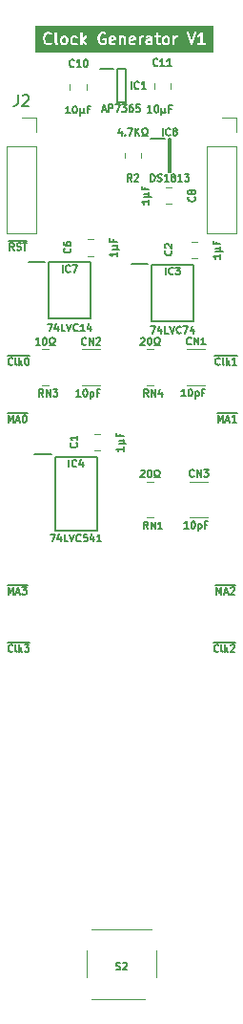
<source format=gto>
%TF.GenerationSoftware,KiCad,Pcbnew,7.0.5*%
%TF.CreationDate,2024-02-07T21:08:53+02:00*%
%TF.ProjectId,Dual MPU Clock Generator,4475616c-204d-4505-9520-436c6f636b20,rev?*%
%TF.SameCoordinates,Original*%
%TF.FileFunction,Legend,Top*%
%TF.FilePolarity,Positive*%
%FSLAX46Y46*%
G04 Gerber Fmt 4.6, Leading zero omitted, Abs format (unit mm)*
G04 Created by KiCad (PCBNEW 7.0.5) date 2024-02-07 21:08:53*
%MOMM*%
%LPD*%
G01*
G04 APERTURE LIST*
%ADD10C,0.150000*%
%ADD11C,0.200000*%
%ADD12C,0.100000*%
%ADD13C,0.120000*%
G04 APERTURE END LIST*
D10*
X108921744Y-89185963D02*
X108921744Y-88550963D01*
X108921744Y-88550963D02*
X109133411Y-89004534D01*
X109133411Y-89004534D02*
X109345077Y-88550963D01*
X109345077Y-88550963D02*
X109345077Y-89185963D01*
X109617220Y-89004534D02*
X109919601Y-89004534D01*
X109556744Y-89185963D02*
X109768410Y-88550963D01*
X109768410Y-88550963D02*
X109980077Y-89185963D01*
X110524363Y-89185963D02*
X110161506Y-89185963D01*
X110342934Y-89185963D02*
X110342934Y-88550963D01*
X110342934Y-88550963D02*
X110282458Y-88641677D01*
X110282458Y-88641677D02*
X110221982Y-88702153D01*
X110221982Y-88702153D02*
X110161506Y-88732391D01*
X108834054Y-88374675D02*
X110581816Y-88374675D01*
D11*
G36*
X95334286Y-55160356D02*
G01*
X95358956Y-55185026D01*
X95388760Y-55244633D01*
X95388760Y-55483136D01*
X95358956Y-55542743D01*
X95334285Y-55567414D01*
X95274678Y-55597219D01*
X95179033Y-55597219D01*
X95119426Y-55567415D01*
X95094755Y-55542743D01*
X95064951Y-55483135D01*
X95064951Y-55244634D01*
X95094755Y-55185025D01*
X95119425Y-55160355D01*
X95179033Y-55130552D01*
X95274678Y-55130552D01*
X95334286Y-55160356D01*
G37*
G36*
X99652320Y-55152706D02*
G01*
X99669771Y-55187607D01*
X99398285Y-55241904D01*
X99398285Y-55197015D01*
X99420439Y-55152706D01*
X99464748Y-55130552D01*
X99608012Y-55130552D01*
X99652320Y-55152706D01*
G37*
G36*
X101414225Y-55152706D02*
G01*
X101431676Y-55187607D01*
X101160190Y-55241904D01*
X101160190Y-55197015D01*
X101182344Y-55152706D01*
X101226653Y-55130552D01*
X101369917Y-55130552D01*
X101414225Y-55152706D01*
G37*
G36*
X102912571Y-55416333D02*
G01*
X102912571Y-55587796D01*
X102893727Y-55597219D01*
X102702844Y-55597219D01*
X102658535Y-55575064D01*
X102636381Y-55530755D01*
X102636381Y-55482729D01*
X102658535Y-55438420D01*
X102702844Y-55416266D01*
X102911948Y-55416266D01*
X102912571Y-55416333D01*
G37*
G36*
X104381907Y-55160356D02*
G01*
X104406577Y-55185026D01*
X104436381Y-55244634D01*
X104436381Y-55483136D01*
X104406577Y-55542743D01*
X104381906Y-55567414D01*
X104322299Y-55597219D01*
X104226654Y-55597219D01*
X104167047Y-55567415D01*
X104142376Y-55542743D01*
X104112572Y-55483135D01*
X104112572Y-55244634D01*
X104142376Y-55185025D01*
X104167046Y-55160356D01*
X104226654Y-55130552D01*
X104322299Y-55130552D01*
X104381907Y-55160356D01*
G37*
G36*
X108510192Y-56437857D02*
G01*
X92657808Y-56437857D01*
X92657808Y-55264414D01*
X93337005Y-55264414D01*
X93341141Y-55280958D01*
X93341141Y-55283026D01*
X93344620Y-55294876D01*
X93387425Y-55466096D01*
X93386186Y-55477581D01*
X93394407Y-55494024D01*
X93395233Y-55497326D01*
X93400818Y-55506846D01*
X93441328Y-55587865D01*
X93444905Y-55604308D01*
X93464387Y-55623790D01*
X93483157Y-55643969D01*
X93485049Y-55644452D01*
X93557094Y-55716498D01*
X93572138Y-55735183D01*
X93591523Y-55741644D01*
X93609463Y-55751441D01*
X93618889Y-55750766D01*
X93730955Y-55788121D01*
X93745111Y-55797219D01*
X93772666Y-55797219D01*
X93800203Y-55798215D01*
X93801883Y-55797219D01*
X93857172Y-55797219D01*
X93873479Y-55801373D01*
X93899618Y-55792659D01*
X93926059Y-55784896D01*
X93927338Y-55783419D01*
X94039077Y-55746172D01*
X94062518Y-55741073D01*
X94076970Y-55726620D01*
X94093750Y-55714959D01*
X94097361Y-55706228D01*
X94141067Y-55662522D01*
X94162028Y-55624133D01*
X94158357Y-55572819D01*
X94386186Y-55572819D01*
X94395324Y-55591096D01*
X94401083Y-55610708D01*
X94408223Y-55616895D01*
X94435543Y-55671535D01*
X94435406Y-55675420D01*
X94448550Y-55697550D01*
X94453366Y-55707182D01*
X94455869Y-55709873D01*
X94465395Y-55725911D01*
X94475477Y-55730952D01*
X94483157Y-55739208D01*
X94501233Y-55743830D01*
X94599756Y-55793092D01*
X94642805Y-55800839D01*
X94697050Y-55778341D01*
X94730520Y-55730088D01*
X94732590Y-55671399D01*
X94702601Y-55620908D01*
X94610914Y-55575064D01*
X94588760Y-55530755D01*
X94588760Y-55232216D01*
X94861331Y-55232216D01*
X94864951Y-55240944D01*
X94864951Y-55501356D01*
X94862377Y-55525200D01*
X94871515Y-55543476D01*
X94877274Y-55563089D01*
X94884415Y-55569277D01*
X94917519Y-55635484D01*
X94921096Y-55651927D01*
X94940579Y-55671410D01*
X94959348Y-55691588D01*
X94961240Y-55692071D01*
X94980612Y-55711444D01*
X94989205Y-55725911D01*
X95013843Y-55738230D01*
X95038034Y-55751440D01*
X95039983Y-55751300D01*
X95105888Y-55784253D01*
X95126064Y-55797219D01*
X95146499Y-55797219D01*
X95166615Y-55800839D01*
X95175343Y-55797219D01*
X95292899Y-55797219D01*
X95316742Y-55799793D01*
X95335018Y-55790654D01*
X95354631Y-55784896D01*
X95360819Y-55777754D01*
X95427027Y-55744650D01*
X95443471Y-55741073D01*
X95462956Y-55721587D01*
X95483130Y-55702822D01*
X95483614Y-55700928D01*
X95502987Y-55681555D01*
X95517452Y-55672964D01*
X95529769Y-55648329D01*
X95542981Y-55624133D01*
X95542841Y-55622185D01*
X95575794Y-55556280D01*
X95588760Y-55536105D01*
X95588760Y-55515669D01*
X95592380Y-55495554D01*
X95588760Y-55486825D01*
X95588760Y-55232216D01*
X95766093Y-55232216D01*
X95769713Y-55240944D01*
X95769712Y-55501356D01*
X95767139Y-55525200D01*
X95776277Y-55543476D01*
X95782036Y-55563089D01*
X95789177Y-55569277D01*
X95822281Y-55635484D01*
X95825858Y-55651927D01*
X95845341Y-55671410D01*
X95864110Y-55691588D01*
X95866002Y-55692071D01*
X95885374Y-55711444D01*
X95893967Y-55725911D01*
X95918605Y-55738230D01*
X95942796Y-55751440D01*
X95944745Y-55751300D01*
X96010650Y-55784253D01*
X96030826Y-55797219D01*
X96051261Y-55797219D01*
X96071377Y-55800839D01*
X96080105Y-55797219D01*
X96245280Y-55797219D01*
X96269123Y-55799793D01*
X96287399Y-55790654D01*
X96307012Y-55784896D01*
X96313200Y-55777754D01*
X96403485Y-55732612D01*
X96435511Y-55702822D01*
X96450060Y-55645927D01*
X96431540Y-55590199D01*
X96385830Y-55553329D01*
X96327444Y-55547026D01*
X96227059Y-55597219D01*
X96083795Y-55597219D01*
X96024188Y-55567415D01*
X95999517Y-55542743D01*
X95969713Y-55483135D01*
X95969713Y-55389350D01*
X96672635Y-55389350D01*
X96674475Y-55415079D01*
X96674475Y-55711598D01*
X96686798Y-55753566D01*
X96731180Y-55792023D01*
X96789307Y-55800380D01*
X96842726Y-55775985D01*
X96874475Y-55726582D01*
X96874475Y-55489282D01*
X97084054Y-55768722D01*
X97119094Y-55794903D01*
X97177673Y-55799039D01*
X97229189Y-55770849D01*
X97257287Y-55719281D01*
X97253045Y-55660710D01*
X97001750Y-55325649D01*
X97062986Y-55264414D01*
X98194149Y-55264414D01*
X98198285Y-55280957D01*
X98198285Y-55283026D01*
X98201764Y-55294876D01*
X98244569Y-55466096D01*
X98243330Y-55477581D01*
X98251551Y-55494023D01*
X98252377Y-55497326D01*
X98257962Y-55506846D01*
X98298472Y-55587865D01*
X98302049Y-55604308D01*
X98321531Y-55623790D01*
X98340301Y-55643969D01*
X98342193Y-55644452D01*
X98414238Y-55716498D01*
X98429282Y-55735183D01*
X98448667Y-55741644D01*
X98466607Y-55751441D01*
X98476033Y-55750766D01*
X98588099Y-55788121D01*
X98602255Y-55797219D01*
X98629810Y-55797219D01*
X98657347Y-55798215D01*
X98659027Y-55797219D01*
X98714316Y-55797219D01*
X98730623Y-55801373D01*
X98756762Y-55792659D01*
X98783203Y-55784896D01*
X98784482Y-55783419D01*
X98896221Y-55746172D01*
X98919662Y-55741073D01*
X98934114Y-55726620D01*
X98950894Y-55714959D01*
X98954505Y-55706228D01*
X98975284Y-55685449D01*
X98985583Y-55680746D01*
X98995646Y-55665086D01*
X98998211Y-55662522D01*
X99003388Y-55653040D01*
X99017332Y-55631343D01*
X99017332Y-55627502D01*
X99019172Y-55624133D01*
X99017332Y-55598409D01*
X99017332Y-55275801D01*
X99020493Y-55253815D01*
X99011266Y-55233611D01*
X99005009Y-55212300D01*
X98999258Y-55207317D01*
X98996098Y-55200396D01*
X98977412Y-55188387D01*
X98973038Y-55184597D01*
X99194665Y-55184597D01*
X99198285Y-55193325D01*
X99198284Y-55337463D01*
X99196831Y-55340023D01*
X99198285Y-55366625D01*
X99198285Y-55548975D01*
X99195711Y-55572819D01*
X99204849Y-55591096D01*
X99210608Y-55610708D01*
X99217748Y-55616895D01*
X99245068Y-55671535D01*
X99244931Y-55675420D01*
X99258075Y-55697550D01*
X99262891Y-55707182D01*
X99265394Y-55709873D01*
X99274920Y-55725911D01*
X99285002Y-55730952D01*
X99292682Y-55739208D01*
X99310758Y-55743830D01*
X99391603Y-55784253D01*
X99411779Y-55797219D01*
X99432214Y-55797219D01*
X99452330Y-55800839D01*
X99461058Y-55797219D01*
X99626233Y-55797219D01*
X99650076Y-55799793D01*
X99668352Y-55790654D01*
X99687965Y-55784896D01*
X99694153Y-55777754D01*
X99784438Y-55732612D01*
X99816464Y-55702822D01*
X99831013Y-55645927D01*
X99812493Y-55590199D01*
X99766783Y-55553329D01*
X99708397Y-55547026D01*
X99608012Y-55597219D01*
X99464748Y-55597219D01*
X99420439Y-55575064D01*
X99398285Y-55530755D01*
X99398285Y-55445865D01*
X99777243Y-55370073D01*
X99789307Y-55371808D01*
X99805464Y-55364429D01*
X99808186Y-55363885D01*
X99818496Y-55358477D01*
X99842726Y-55347413D01*
X99844317Y-55344937D01*
X99846922Y-55343571D01*
X99860072Y-55320421D01*
X99874475Y-55298010D01*
X99874475Y-55295066D01*
X99875928Y-55292509D01*
X99874475Y-55265925D01*
X99874475Y-55178793D01*
X99877049Y-55154950D01*
X99867910Y-55136672D01*
X99862152Y-55117062D01*
X99855010Y-55110874D01*
X99851391Y-55103636D01*
X100101207Y-55103636D01*
X100103047Y-55129365D01*
X100103047Y-55711598D01*
X100115370Y-55753566D01*
X100159752Y-55792023D01*
X100217879Y-55800380D01*
X100271298Y-55775985D01*
X100303047Y-55726582D01*
X100303047Y-55167211D01*
X100309901Y-55160356D01*
X100369510Y-55130552D01*
X100465155Y-55130552D01*
X100509463Y-55152706D01*
X100531618Y-55197015D01*
X100531618Y-55711598D01*
X100543941Y-55753566D01*
X100588323Y-55792023D01*
X100646450Y-55800380D01*
X100699869Y-55775985D01*
X100731618Y-55726582D01*
X100731618Y-55184597D01*
X100956570Y-55184597D01*
X100960190Y-55193325D01*
X100960190Y-55337463D01*
X100958736Y-55340023D01*
X100960190Y-55366625D01*
X100960190Y-55548975D01*
X100957616Y-55572819D01*
X100966754Y-55591096D01*
X100972513Y-55610708D01*
X100979653Y-55616895D01*
X101006973Y-55671535D01*
X101006836Y-55675420D01*
X101019980Y-55697550D01*
X101024796Y-55707182D01*
X101027299Y-55709873D01*
X101036825Y-55725911D01*
X101046907Y-55730952D01*
X101054587Y-55739208D01*
X101072663Y-55743830D01*
X101153508Y-55784253D01*
X101173684Y-55797219D01*
X101194119Y-55797219D01*
X101214235Y-55800839D01*
X101222963Y-55797219D01*
X101388138Y-55797219D01*
X101411981Y-55799793D01*
X101430257Y-55790654D01*
X101449870Y-55784896D01*
X101456058Y-55777754D01*
X101546343Y-55732612D01*
X101578369Y-55702822D01*
X101592918Y-55645927D01*
X101574398Y-55590199D01*
X101528688Y-55553329D01*
X101470302Y-55547026D01*
X101369917Y-55597219D01*
X101226653Y-55597219D01*
X101182344Y-55575064D01*
X101160190Y-55530755D01*
X101160190Y-55445865D01*
X101539148Y-55370073D01*
X101551212Y-55371808D01*
X101567369Y-55364429D01*
X101570091Y-55363885D01*
X101580401Y-55358477D01*
X101604631Y-55347413D01*
X101606222Y-55344937D01*
X101608827Y-55343571D01*
X101621977Y-55320421D01*
X101636380Y-55298010D01*
X101636379Y-55295066D01*
X101637833Y-55292509D01*
X101636380Y-55265925D01*
X101636380Y-55232216D01*
X101861332Y-55232216D01*
X101864952Y-55240944D01*
X101864952Y-55711598D01*
X101877275Y-55753566D01*
X101921657Y-55792023D01*
X101979784Y-55800380D01*
X102033203Y-55775985D01*
X102064952Y-55726582D01*
X102064951Y-55470311D01*
X102432761Y-55470311D01*
X102436381Y-55479039D01*
X102436381Y-55548975D01*
X102433807Y-55572819D01*
X102442945Y-55591096D01*
X102448704Y-55610708D01*
X102455844Y-55616895D01*
X102483164Y-55671535D01*
X102483027Y-55675420D01*
X102496171Y-55697550D01*
X102500987Y-55707182D01*
X102503490Y-55709873D01*
X102513016Y-55725911D01*
X102523098Y-55730952D01*
X102530778Y-55739208D01*
X102548854Y-55743830D01*
X102629699Y-55784253D01*
X102649875Y-55797219D01*
X102670310Y-55797219D01*
X102690426Y-55800839D01*
X102699154Y-55797219D01*
X102911948Y-55797219D01*
X102935791Y-55799793D01*
X102954067Y-55790654D01*
X102964247Y-55787665D01*
X102969276Y-55792023D01*
X103027403Y-55800380D01*
X103080822Y-55775985D01*
X103112571Y-55726582D01*
X103112571Y-55662183D01*
X103116728Y-55645927D01*
X103112571Y-55633418D01*
X103112571Y-55281230D01*
X103116728Y-55264974D01*
X103112571Y-55252465D01*
X103112571Y-55178793D01*
X103115145Y-55154950D01*
X103106006Y-55136672D01*
X103100248Y-55117062D01*
X103093106Y-55110874D01*
X103065787Y-55056236D01*
X103065925Y-55052351D01*
X103061787Y-55045384D01*
X103242744Y-55045384D01*
X103267139Y-55098803D01*
X103316542Y-55130552D01*
X103388762Y-55130552D01*
X103388762Y-55548975D01*
X103386188Y-55572819D01*
X103395326Y-55591096D01*
X103401085Y-55610708D01*
X103408225Y-55616895D01*
X103435545Y-55671535D01*
X103435408Y-55675420D01*
X103448552Y-55697550D01*
X103453368Y-55707182D01*
X103455871Y-55709873D01*
X103465397Y-55725911D01*
X103475479Y-55730952D01*
X103483159Y-55739208D01*
X103501235Y-55743830D01*
X103582080Y-55784253D01*
X103602256Y-55797219D01*
X103622691Y-55797219D01*
X103642807Y-55800839D01*
X103651535Y-55797219D01*
X103741236Y-55797219D01*
X103783204Y-55784896D01*
X103821661Y-55740514D01*
X103830018Y-55682387D01*
X103805623Y-55628968D01*
X103756220Y-55597219D01*
X103655225Y-55597219D01*
X103610916Y-55575064D01*
X103588762Y-55530755D01*
X103588762Y-55232216D01*
X103908952Y-55232216D01*
X103912572Y-55240944D01*
X103912572Y-55501356D01*
X103909998Y-55525200D01*
X103919136Y-55543476D01*
X103924895Y-55563089D01*
X103932036Y-55569277D01*
X103965140Y-55635484D01*
X103968717Y-55651927D01*
X103988200Y-55671410D01*
X104006969Y-55691588D01*
X104008861Y-55692071D01*
X104028233Y-55711444D01*
X104036826Y-55725911D01*
X104061464Y-55738230D01*
X104085655Y-55751440D01*
X104087604Y-55751300D01*
X104153509Y-55784253D01*
X104173685Y-55797219D01*
X104194120Y-55797219D01*
X104214236Y-55800839D01*
X104222964Y-55797219D01*
X104340520Y-55797219D01*
X104364363Y-55799793D01*
X104382639Y-55790654D01*
X104402252Y-55784896D01*
X104408440Y-55777754D01*
X104474648Y-55744650D01*
X104491092Y-55741073D01*
X104510577Y-55721587D01*
X104530751Y-55702822D01*
X104531235Y-55700928D01*
X104550608Y-55681555D01*
X104565073Y-55672964D01*
X104577390Y-55648329D01*
X104590602Y-55624133D01*
X104590462Y-55622185D01*
X104623415Y-55556280D01*
X104636381Y-55536105D01*
X104636381Y-55515669D01*
X104640001Y-55495554D01*
X104636381Y-55486825D01*
X104636380Y-55232216D01*
X104861333Y-55232216D01*
X104864953Y-55240944D01*
X104864953Y-55711598D01*
X104877276Y-55753566D01*
X104921658Y-55792023D01*
X104979785Y-55800380D01*
X105033204Y-55775985D01*
X105064953Y-55726582D01*
X105064953Y-55244634D01*
X105094757Y-55185025D01*
X105119426Y-55160356D01*
X105179035Y-55130552D01*
X105265046Y-55130552D01*
X105307014Y-55118229D01*
X105345471Y-55073847D01*
X105353828Y-55015720D01*
X105329433Y-54962301D01*
X105280030Y-54930552D01*
X105160813Y-54930552D01*
X105136970Y-54927978D01*
X105118692Y-54937116D01*
X105099082Y-54942875D01*
X105092894Y-54950016D01*
X105049661Y-54971632D01*
X105008248Y-54935748D01*
X104950121Y-54927391D01*
X104896702Y-54951786D01*
X104864953Y-55001189D01*
X104864953Y-55212100D01*
X104861333Y-55232216D01*
X104636380Y-55232216D01*
X104636380Y-55226412D01*
X104638955Y-55202569D01*
X104629816Y-55184291D01*
X104624058Y-55164681D01*
X104616916Y-55158493D01*
X104583811Y-55092282D01*
X104580235Y-55075842D01*
X104560760Y-55056367D01*
X104541984Y-55036181D01*
X104540089Y-55035696D01*
X104520719Y-55016326D01*
X104512127Y-55001860D01*
X104487492Y-54989542D01*
X104463297Y-54976331D01*
X104461347Y-54976470D01*
X104395446Y-54943519D01*
X104375268Y-54930552D01*
X104354832Y-54930552D01*
X104334717Y-54926932D01*
X104325989Y-54930552D01*
X104208432Y-54930552D01*
X104184589Y-54927978D01*
X104166311Y-54937116D01*
X104146701Y-54942875D01*
X104140513Y-54950016D01*
X104074302Y-54983121D01*
X104057862Y-54986698D01*
X104038387Y-55006172D01*
X104018201Y-55024949D01*
X104017716Y-55026843D01*
X103998346Y-55046213D01*
X103983880Y-55054806D01*
X103971562Y-55079440D01*
X103958351Y-55103636D01*
X103958490Y-55105585D01*
X103925539Y-55171486D01*
X103912572Y-55191665D01*
X103912572Y-55212100D01*
X103908952Y-55232216D01*
X103588762Y-55232216D01*
X103588762Y-55130552D01*
X103741236Y-55130552D01*
X103783204Y-55118229D01*
X103821661Y-55073847D01*
X103830018Y-55015720D01*
X103805623Y-54962301D01*
X103756220Y-54930552D01*
X103588762Y-54930552D01*
X103588762Y-54700986D01*
X106098895Y-54700986D01*
X106435793Y-55711679D01*
X106435386Y-55722949D01*
X106444901Y-55739002D01*
X106446061Y-55742482D01*
X106452195Y-55751309D01*
X106465329Y-55773467D01*
X106468805Y-55775209D01*
X106471023Y-55778400D01*
X106494814Y-55788242D01*
X106517831Y-55799776D01*
X106521694Y-55799362D01*
X106525288Y-55800849D01*
X106550618Y-55796266D01*
X106576223Y-55793526D01*
X106579253Y-55791086D01*
X106583075Y-55790395D01*
X106601901Y-55772851D01*
X106621965Y-55756698D01*
X106623194Y-55753009D01*
X106626038Y-55750360D01*
X106632394Y-55725409D01*
X106878662Y-54986606D01*
X107051273Y-54986606D01*
X107069793Y-55042334D01*
X107115502Y-55079204D01*
X107173888Y-55085507D01*
X107284173Y-55030364D01*
X107300616Y-55026787D01*
X107320095Y-55007307D01*
X107340276Y-54988536D01*
X107340760Y-54986642D01*
X107341144Y-54986259D01*
X107341144Y-55597219D01*
X107141051Y-55597219D01*
X107099083Y-55609542D01*
X107060626Y-55653924D01*
X107052269Y-55712051D01*
X107076664Y-55765470D01*
X107126067Y-55797219D01*
X107433990Y-55797219D01*
X107455976Y-55800380D01*
X107462898Y-55797219D01*
X107741237Y-55797219D01*
X107783205Y-55784896D01*
X107821662Y-55740514D01*
X107830019Y-55682387D01*
X107805624Y-55628968D01*
X107756221Y-55597219D01*
X107541144Y-55597219D01*
X107541143Y-54712457D01*
X107545352Y-54698970D01*
X107541144Y-54683694D01*
X107541144Y-54682840D01*
X107537340Y-54669888D01*
X107529756Y-54642353D01*
X107529077Y-54641744D01*
X107528821Y-54640872D01*
X107507291Y-54622216D01*
X107486027Y-54603156D01*
X107485126Y-54603011D01*
X107484439Y-54602415D01*
X107456215Y-54598357D01*
X107428047Y-54593823D01*
X107427212Y-54594187D01*
X107426312Y-54594058D01*
X107400379Y-54605900D01*
X107374227Y-54617317D01*
X107373722Y-54618074D01*
X107372893Y-54618453D01*
X107357460Y-54642467D01*
X107268194Y-54776365D01*
X107191432Y-54853128D01*
X107097848Y-54899921D01*
X107065821Y-54929711D01*
X107051273Y-54986606D01*
X106878662Y-54986606D01*
X106969130Y-54715201D01*
X106970711Y-54671490D01*
X106940768Y-54620972D01*
X106888266Y-54594662D01*
X106829874Y-54600913D01*
X106784132Y-54637740D01*
X106536382Y-55380990D01*
X106293370Y-54651955D01*
X106268408Y-54616038D01*
X106214143Y-54593589D01*
X106156356Y-54604042D01*
X106113392Y-54644078D01*
X106098895Y-54700986D01*
X103588762Y-54700986D01*
X103588762Y-54682840D01*
X103576439Y-54640872D01*
X103532057Y-54602415D01*
X103473930Y-54594058D01*
X103420511Y-54618453D01*
X103388762Y-54667856D01*
X103388762Y-54930552D01*
X103331526Y-54930552D01*
X103289558Y-54942875D01*
X103251101Y-54987257D01*
X103242744Y-55045384D01*
X103061787Y-55045384D01*
X103052775Y-55030211D01*
X103047964Y-55020589D01*
X103045463Y-55017900D01*
X103035936Y-55001860D01*
X103025854Y-54996819D01*
X103018174Y-54988562D01*
X103000093Y-54983938D01*
X102919255Y-54943519D01*
X102899077Y-54930552D01*
X102878641Y-54930552D01*
X102858526Y-54926932D01*
X102849798Y-54930552D01*
X102684622Y-54930552D01*
X102660779Y-54927978D01*
X102642501Y-54937116D01*
X102622891Y-54942875D01*
X102616703Y-54950016D01*
X102526418Y-54995159D01*
X102494391Y-55024949D01*
X102479843Y-55081844D01*
X102498363Y-55137572D01*
X102544072Y-55174442D01*
X102602458Y-55180745D01*
X102702844Y-55130552D01*
X102846108Y-55130552D01*
X102890416Y-55152706D01*
X102912571Y-55197015D01*
X102912571Y-55206843D01*
X102893727Y-55216266D01*
X102684622Y-55216266D01*
X102660779Y-55213692D01*
X102642501Y-55222830D01*
X102622891Y-55228589D01*
X102616703Y-55235730D01*
X102562065Y-55263049D01*
X102558180Y-55262912D01*
X102536040Y-55276061D01*
X102526418Y-55280873D01*
X102523729Y-55283373D01*
X102507689Y-55292901D01*
X102502648Y-55302982D01*
X102494391Y-55310663D01*
X102489767Y-55328743D01*
X102449348Y-55409581D01*
X102436381Y-55429760D01*
X102436381Y-55450195D01*
X102432761Y-55470311D01*
X102064951Y-55470311D01*
X102064951Y-55244634D01*
X102094756Y-55185025D01*
X102119426Y-55160355D01*
X102179034Y-55130552D01*
X102265045Y-55130552D01*
X102307013Y-55118229D01*
X102345470Y-55073847D01*
X102353827Y-55015720D01*
X102329432Y-54962301D01*
X102280029Y-54930552D01*
X102160812Y-54930552D01*
X102136969Y-54927978D01*
X102118691Y-54937116D01*
X102099081Y-54942875D01*
X102092893Y-54950016D01*
X102049660Y-54971632D01*
X102008247Y-54935748D01*
X101950120Y-54927391D01*
X101896701Y-54951786D01*
X101864952Y-55001189D01*
X101864952Y-55212100D01*
X101861332Y-55232216D01*
X101636380Y-55232216D01*
X101636380Y-55178793D01*
X101638954Y-55154950D01*
X101629815Y-55136672D01*
X101624057Y-55117062D01*
X101616915Y-55110874D01*
X101589596Y-55056236D01*
X101589734Y-55052351D01*
X101576584Y-55030211D01*
X101571773Y-55020589D01*
X101569272Y-55017900D01*
X101559745Y-55001860D01*
X101549663Y-54996819D01*
X101541983Y-54988562D01*
X101523902Y-54983938D01*
X101443064Y-54943519D01*
X101422886Y-54930552D01*
X101402450Y-54930552D01*
X101382335Y-54926932D01*
X101373607Y-54930552D01*
X101208431Y-54930552D01*
X101184588Y-54927978D01*
X101166310Y-54937116D01*
X101146700Y-54942875D01*
X101140512Y-54950016D01*
X101085874Y-54977335D01*
X101081989Y-54977198D01*
X101059849Y-54990347D01*
X101050227Y-54995159D01*
X101047538Y-54997659D01*
X101031498Y-55007187D01*
X101026457Y-55017268D01*
X101018200Y-55024949D01*
X101013576Y-55043029D01*
X100973157Y-55123867D01*
X100960190Y-55144046D01*
X100960190Y-55164481D01*
X100956570Y-55184597D01*
X100731618Y-55184597D01*
X100731618Y-55178793D01*
X100734192Y-55154950D01*
X100725053Y-55136672D01*
X100719295Y-55117062D01*
X100712153Y-55110874D01*
X100684834Y-55056236D01*
X100684972Y-55052351D01*
X100671822Y-55030211D01*
X100667011Y-55020589D01*
X100664510Y-55017900D01*
X100654983Y-55001860D01*
X100644901Y-54996819D01*
X100637221Y-54988562D01*
X100619140Y-54983938D01*
X100538302Y-54943519D01*
X100518124Y-54930552D01*
X100497688Y-54930552D01*
X100477573Y-54926932D01*
X100468845Y-54930552D01*
X100351288Y-54930552D01*
X100327445Y-54927978D01*
X100309167Y-54937116D01*
X100289557Y-54942875D01*
X100283369Y-54950016D01*
X100270331Y-54956534D01*
X100246342Y-54935748D01*
X100188215Y-54927391D01*
X100134796Y-54951786D01*
X100103047Y-55001189D01*
X100103047Y-55100266D01*
X100101207Y-55103636D01*
X99851391Y-55103636D01*
X99827691Y-55056236D01*
X99827829Y-55052351D01*
X99814679Y-55030211D01*
X99809868Y-55020589D01*
X99807367Y-55017900D01*
X99797840Y-55001860D01*
X99787758Y-54996819D01*
X99780078Y-54988562D01*
X99761997Y-54983938D01*
X99681159Y-54943519D01*
X99660981Y-54930552D01*
X99640545Y-54930552D01*
X99620430Y-54926932D01*
X99611702Y-54930552D01*
X99446526Y-54930552D01*
X99422683Y-54927978D01*
X99404405Y-54937116D01*
X99384795Y-54942875D01*
X99378607Y-54950016D01*
X99323969Y-54977335D01*
X99320084Y-54977198D01*
X99297944Y-54990347D01*
X99288322Y-54995159D01*
X99285633Y-54997659D01*
X99269593Y-55007187D01*
X99264552Y-55017268D01*
X99256295Y-55024949D01*
X99251671Y-55043029D01*
X99211252Y-55123867D01*
X99198285Y-55144046D01*
X99198285Y-55164481D01*
X99194665Y-55184597D01*
X98973038Y-55184597D01*
X98960627Y-55173843D01*
X98953095Y-55172760D01*
X98946695Y-55168647D01*
X98924486Y-55168647D01*
X98902500Y-55165486D01*
X98895578Y-55168647D01*
X98712477Y-55168647D01*
X98670509Y-55180970D01*
X98632052Y-55225352D01*
X98623695Y-55283479D01*
X98648090Y-55336898D01*
X98697493Y-55368647D01*
X98817332Y-55368647D01*
X98817332Y-55560559D01*
X98815694Y-55562196D01*
X98710629Y-55597219D01*
X98647845Y-55597219D01*
X98542779Y-55562197D01*
X98475708Y-55495124D01*
X98440256Y-55424221D01*
X98398285Y-55256335D01*
X98398285Y-55138101D01*
X98440256Y-54970214D01*
X98475708Y-54899311D01*
X98542778Y-54832241D01*
X98647844Y-54797219D01*
X98750869Y-54797219D01*
X98837852Y-54840711D01*
X98880901Y-54848458D01*
X98935146Y-54825960D01*
X98968616Y-54777707D01*
X98970686Y-54719018D01*
X98940697Y-54668527D01*
X98824016Y-54610186D01*
X98803838Y-54597219D01*
X98783402Y-54597219D01*
X98763287Y-54593599D01*
X98754559Y-54597219D01*
X98644156Y-54597219D01*
X98627851Y-54593065D01*
X98601710Y-54601778D01*
X98575271Y-54609542D01*
X98573991Y-54611018D01*
X98462253Y-54648264D01*
X98438813Y-54653364D01*
X98424360Y-54667816D01*
X98407580Y-54679479D01*
X98403968Y-54688208D01*
X98331677Y-54760500D01*
X98317212Y-54769092D01*
X98304894Y-54793726D01*
X98291683Y-54817922D01*
X98291822Y-54819871D01*
X98264428Y-54874659D01*
X98256011Y-54882574D01*
X98251551Y-54900413D01*
X98250031Y-54903454D01*
X98248078Y-54914305D01*
X98205261Y-55085570D01*
X98198285Y-55096427D01*
X98198285Y-55113478D01*
X98197783Y-55115486D01*
X98198285Y-55127832D01*
X98198285Y-55252188D01*
X98194149Y-55264414D01*
X97062986Y-55264414D01*
X97236305Y-55091096D01*
X97257267Y-55052706D01*
X97253077Y-54994130D01*
X97217885Y-54947119D01*
X97162862Y-54926596D01*
X97105479Y-54939079D01*
X96874475Y-55170083D01*
X96874475Y-54682840D01*
X96862152Y-54640872D01*
X96817770Y-54602415D01*
X96759643Y-54594058D01*
X96706224Y-54618453D01*
X96674475Y-54667856D01*
X96674475Y-55385980D01*
X96672635Y-55389350D01*
X95969713Y-55389350D01*
X95969713Y-55244634D01*
X95999517Y-55185025D01*
X96024187Y-55160356D01*
X96083795Y-55130552D01*
X96227059Y-55130552D01*
X96314042Y-55174044D01*
X96357091Y-55181791D01*
X96411336Y-55159293D01*
X96444806Y-55111040D01*
X96446876Y-55052351D01*
X96416887Y-55001860D01*
X96300206Y-54943519D01*
X96280028Y-54930552D01*
X96259592Y-54930552D01*
X96239477Y-54926932D01*
X96230749Y-54930552D01*
X96065573Y-54930552D01*
X96041730Y-54927978D01*
X96023452Y-54937116D01*
X96003842Y-54942875D01*
X95997654Y-54950016D01*
X95931443Y-54983121D01*
X95915003Y-54986698D01*
X95895528Y-55006172D01*
X95875342Y-55024949D01*
X95874857Y-55026843D01*
X95855487Y-55046213D01*
X95841021Y-55054806D01*
X95828703Y-55079440D01*
X95815492Y-55103636D01*
X95815631Y-55105585D01*
X95782680Y-55171486D01*
X95769713Y-55191665D01*
X95769713Y-55212100D01*
X95766093Y-55232216D01*
X95588760Y-55232216D01*
X95588760Y-55226412D01*
X95591334Y-55202569D01*
X95582195Y-55184291D01*
X95576437Y-55164681D01*
X95569295Y-55158493D01*
X95536190Y-55092282D01*
X95532614Y-55075842D01*
X95513139Y-55056367D01*
X95494363Y-55036181D01*
X95492468Y-55035696D01*
X95473098Y-55016326D01*
X95464506Y-55001860D01*
X95439871Y-54989542D01*
X95415676Y-54976331D01*
X95413726Y-54976470D01*
X95347825Y-54943519D01*
X95327647Y-54930552D01*
X95307211Y-54930552D01*
X95287096Y-54926932D01*
X95278368Y-54930552D01*
X95160811Y-54930552D01*
X95136968Y-54927978D01*
X95118690Y-54937116D01*
X95099080Y-54942875D01*
X95092892Y-54950016D01*
X95026681Y-54983121D01*
X95010241Y-54986698D01*
X94990766Y-55006172D01*
X94970580Y-55024949D01*
X94970095Y-55026843D01*
X94950725Y-55046213D01*
X94936259Y-55054806D01*
X94923941Y-55079440D01*
X94910730Y-55103636D01*
X94910869Y-55105585D01*
X94877918Y-55171486D01*
X94864951Y-55191665D01*
X94864951Y-55212100D01*
X94861331Y-55232216D01*
X94588760Y-55232216D01*
X94588760Y-54682840D01*
X94576437Y-54640872D01*
X94532055Y-54602415D01*
X94473928Y-54594058D01*
X94420509Y-54618453D01*
X94388760Y-54667856D01*
X94388760Y-55548975D01*
X94386186Y-55572819D01*
X94158357Y-55572819D01*
X94157838Y-55565557D01*
X94122645Y-55518546D01*
X94067622Y-55498023D01*
X94010239Y-55510507D01*
X93958550Y-55562196D01*
X93853485Y-55597219D01*
X93790701Y-55597219D01*
X93685635Y-55562197D01*
X93618564Y-55495124D01*
X93583112Y-55424221D01*
X93541141Y-55256335D01*
X93541141Y-55138102D01*
X93583112Y-54970214D01*
X93618564Y-54899311D01*
X93685634Y-54832241D01*
X93790700Y-54797219D01*
X93853484Y-54797219D01*
X93958551Y-54832241D01*
X93999645Y-54873335D01*
X94038034Y-54894297D01*
X94096610Y-54890107D01*
X94143621Y-54854915D01*
X94164144Y-54799892D01*
X94151661Y-54742509D01*
X94087085Y-54677933D01*
X94072047Y-54659255D01*
X94052661Y-54652793D01*
X94034723Y-54642998D01*
X94025298Y-54643672D01*
X93913230Y-54606316D01*
X93899075Y-54597219D01*
X93871520Y-54597219D01*
X93843982Y-54596223D01*
X93842302Y-54597219D01*
X93787012Y-54597219D01*
X93770707Y-54593065D01*
X93744566Y-54601778D01*
X93718127Y-54609542D01*
X93716847Y-54611018D01*
X93605109Y-54648264D01*
X93581669Y-54653364D01*
X93567216Y-54667816D01*
X93550436Y-54679479D01*
X93546824Y-54688208D01*
X93474533Y-54760500D01*
X93460068Y-54769092D01*
X93447750Y-54793726D01*
X93434539Y-54817922D01*
X93434678Y-54819871D01*
X93407284Y-54874659D01*
X93398867Y-54882574D01*
X93394407Y-54900413D01*
X93392887Y-54903454D01*
X93390934Y-54914305D01*
X93348117Y-55085570D01*
X93341141Y-55096427D01*
X93341141Y-55113478D01*
X93340639Y-55115486D01*
X93341141Y-55127832D01*
X93341141Y-55252188D01*
X93337005Y-55264414D01*
X92657808Y-55264414D01*
X92657808Y-54052143D01*
X108510192Y-54052143D01*
X108510192Y-56437857D01*
G37*
D10*
X109072934Y-84045486D02*
X109042696Y-84075725D01*
X109042696Y-84075725D02*
X108951982Y-84105963D01*
X108951982Y-84105963D02*
X108891506Y-84105963D01*
X108891506Y-84105963D02*
X108800791Y-84075725D01*
X108800791Y-84075725D02*
X108740315Y-84015248D01*
X108740315Y-84015248D02*
X108710077Y-83954772D01*
X108710077Y-83954772D02*
X108679839Y-83833820D01*
X108679839Y-83833820D02*
X108679839Y-83743105D01*
X108679839Y-83743105D02*
X108710077Y-83622153D01*
X108710077Y-83622153D02*
X108740315Y-83561677D01*
X108740315Y-83561677D02*
X108800791Y-83501201D01*
X108800791Y-83501201D02*
X108891506Y-83470963D01*
X108891506Y-83470963D02*
X108951982Y-83470963D01*
X108951982Y-83470963D02*
X109042696Y-83501201D01*
X109042696Y-83501201D02*
X109072934Y-83531439D01*
X109435791Y-84105963D02*
X109375315Y-84075725D01*
X109375315Y-84075725D02*
X109345077Y-84015248D01*
X109345077Y-84015248D02*
X109345077Y-83470963D01*
X109677696Y-84105963D02*
X109677696Y-83470963D01*
X109738172Y-83864058D02*
X109919601Y-84105963D01*
X109919601Y-83682629D02*
X109677696Y-83924534D01*
X110524363Y-84105963D02*
X110161506Y-84105963D01*
X110342934Y-84105963D02*
X110342934Y-83470963D01*
X110342934Y-83470963D02*
X110282458Y-83561677D01*
X110282458Y-83561677D02*
X110221982Y-83622153D01*
X110221982Y-83622153D02*
X110161506Y-83652391D01*
X108622387Y-83294675D02*
X110581816Y-83294675D01*
X108945934Y-109445486D02*
X108915696Y-109475725D01*
X108915696Y-109475725D02*
X108824982Y-109505963D01*
X108824982Y-109505963D02*
X108764506Y-109505963D01*
X108764506Y-109505963D02*
X108673791Y-109475725D01*
X108673791Y-109475725D02*
X108613315Y-109415248D01*
X108613315Y-109415248D02*
X108583077Y-109354772D01*
X108583077Y-109354772D02*
X108552839Y-109233820D01*
X108552839Y-109233820D02*
X108552839Y-109143105D01*
X108552839Y-109143105D02*
X108583077Y-109022153D01*
X108583077Y-109022153D02*
X108613315Y-108961677D01*
X108613315Y-108961677D02*
X108673791Y-108901201D01*
X108673791Y-108901201D02*
X108764506Y-108870963D01*
X108764506Y-108870963D02*
X108824982Y-108870963D01*
X108824982Y-108870963D02*
X108915696Y-108901201D01*
X108915696Y-108901201D02*
X108945934Y-108931439D01*
X109308791Y-109505963D02*
X109248315Y-109475725D01*
X109248315Y-109475725D02*
X109218077Y-109415248D01*
X109218077Y-109415248D02*
X109218077Y-108870963D01*
X109550696Y-109505963D02*
X109550696Y-108870963D01*
X109611172Y-109264058D02*
X109792601Y-109505963D01*
X109792601Y-109082629D02*
X109550696Y-109324534D01*
X110034506Y-108931439D02*
X110064744Y-108901201D01*
X110064744Y-108901201D02*
X110125220Y-108870963D01*
X110125220Y-108870963D02*
X110276411Y-108870963D01*
X110276411Y-108870963D02*
X110336887Y-108901201D01*
X110336887Y-108901201D02*
X110367125Y-108931439D01*
X110367125Y-108931439D02*
X110397363Y-108991915D01*
X110397363Y-108991915D02*
X110397363Y-109052391D01*
X110397363Y-109052391D02*
X110367125Y-109143105D01*
X110367125Y-109143105D02*
X110004268Y-109505963D01*
X110004268Y-109505963D02*
X110397363Y-109505963D01*
X108495387Y-108694675D02*
X110454816Y-108694675D01*
X90655731Y-109445486D02*
X90625493Y-109475725D01*
X90625493Y-109475725D02*
X90534779Y-109505963D01*
X90534779Y-109505963D02*
X90474303Y-109505963D01*
X90474303Y-109505963D02*
X90383588Y-109475725D01*
X90383588Y-109475725D02*
X90323112Y-109415248D01*
X90323112Y-109415248D02*
X90292874Y-109354772D01*
X90292874Y-109354772D02*
X90262636Y-109233820D01*
X90262636Y-109233820D02*
X90262636Y-109143105D01*
X90262636Y-109143105D02*
X90292874Y-109022153D01*
X90292874Y-109022153D02*
X90323112Y-108961677D01*
X90323112Y-108961677D02*
X90383588Y-108901201D01*
X90383588Y-108901201D02*
X90474303Y-108870963D01*
X90474303Y-108870963D02*
X90534779Y-108870963D01*
X90534779Y-108870963D02*
X90625493Y-108901201D01*
X90625493Y-108901201D02*
X90655731Y-108931439D01*
X91018588Y-109505963D02*
X90958112Y-109475725D01*
X90958112Y-109475725D02*
X90927874Y-109415248D01*
X90927874Y-109415248D02*
X90927874Y-108870963D01*
X91260493Y-109505963D02*
X91260493Y-108870963D01*
X91320969Y-109264058D02*
X91502398Y-109505963D01*
X91502398Y-109082629D02*
X91260493Y-109324534D01*
X91714065Y-108870963D02*
X92107160Y-108870963D01*
X92107160Y-108870963D02*
X91895493Y-109112867D01*
X91895493Y-109112867D02*
X91986208Y-109112867D01*
X91986208Y-109112867D02*
X92046684Y-109143105D01*
X92046684Y-109143105D02*
X92076922Y-109173344D01*
X92076922Y-109173344D02*
X92107160Y-109233820D01*
X92107160Y-109233820D02*
X92107160Y-109385010D01*
X92107160Y-109385010D02*
X92076922Y-109445486D01*
X92076922Y-109445486D02*
X92046684Y-109475725D01*
X92046684Y-109475725D02*
X91986208Y-109505963D01*
X91986208Y-109505963D02*
X91804779Y-109505963D01*
X91804779Y-109505963D02*
X91744303Y-109475725D01*
X91744303Y-109475725D02*
X91714065Y-109445486D01*
X90205184Y-108694675D02*
X92164613Y-108694675D01*
X90782731Y-73945963D02*
X90571064Y-73643582D01*
X90419874Y-73945963D02*
X90419874Y-73310963D01*
X90419874Y-73310963D02*
X90661779Y-73310963D01*
X90661779Y-73310963D02*
X90722255Y-73341201D01*
X90722255Y-73341201D02*
X90752493Y-73371439D01*
X90752493Y-73371439D02*
X90782731Y-73431915D01*
X90782731Y-73431915D02*
X90782731Y-73522629D01*
X90782731Y-73522629D02*
X90752493Y-73583105D01*
X90752493Y-73583105D02*
X90722255Y-73613344D01*
X90722255Y-73613344D02*
X90661779Y-73643582D01*
X90661779Y-73643582D02*
X90419874Y-73643582D01*
X91024636Y-73915725D02*
X91115350Y-73945963D01*
X91115350Y-73945963D02*
X91266541Y-73945963D01*
X91266541Y-73945963D02*
X91327017Y-73915725D01*
X91327017Y-73915725D02*
X91357255Y-73885486D01*
X91357255Y-73885486D02*
X91387493Y-73825010D01*
X91387493Y-73825010D02*
X91387493Y-73764534D01*
X91387493Y-73764534D02*
X91357255Y-73704058D01*
X91357255Y-73704058D02*
X91327017Y-73673820D01*
X91327017Y-73673820D02*
X91266541Y-73643582D01*
X91266541Y-73643582D02*
X91145588Y-73613344D01*
X91145588Y-73613344D02*
X91085112Y-73583105D01*
X91085112Y-73583105D02*
X91054874Y-73552867D01*
X91054874Y-73552867D02*
X91024636Y-73492391D01*
X91024636Y-73492391D02*
X91024636Y-73431915D01*
X91024636Y-73431915D02*
X91054874Y-73371439D01*
X91054874Y-73371439D02*
X91085112Y-73341201D01*
X91085112Y-73341201D02*
X91145588Y-73310963D01*
X91145588Y-73310963D02*
X91296779Y-73310963D01*
X91296779Y-73310963D02*
X91387493Y-73341201D01*
X91568922Y-73310963D02*
X91931779Y-73310963D01*
X91750350Y-73945963D02*
X91750350Y-73310963D01*
X90332184Y-73134675D02*
X91928756Y-73134675D01*
X90292874Y-89185963D02*
X90292874Y-88550963D01*
X90292874Y-88550963D02*
X90504541Y-89004534D01*
X90504541Y-89004534D02*
X90716207Y-88550963D01*
X90716207Y-88550963D02*
X90716207Y-89185963D01*
X90988350Y-89004534D02*
X91290731Y-89004534D01*
X90927874Y-89185963D02*
X91139540Y-88550963D01*
X91139540Y-88550963D02*
X91351207Y-89185963D01*
X91683826Y-88550963D02*
X91744303Y-88550963D01*
X91744303Y-88550963D02*
X91804779Y-88581201D01*
X91804779Y-88581201D02*
X91835017Y-88611439D01*
X91835017Y-88611439D02*
X91865255Y-88671915D01*
X91865255Y-88671915D02*
X91895493Y-88792867D01*
X91895493Y-88792867D02*
X91895493Y-88944058D01*
X91895493Y-88944058D02*
X91865255Y-89065010D01*
X91865255Y-89065010D02*
X91835017Y-89125486D01*
X91835017Y-89125486D02*
X91804779Y-89155725D01*
X91804779Y-89155725D02*
X91744303Y-89185963D01*
X91744303Y-89185963D02*
X91683826Y-89185963D01*
X91683826Y-89185963D02*
X91623350Y-89155725D01*
X91623350Y-89155725D02*
X91593112Y-89125486D01*
X91593112Y-89125486D02*
X91562874Y-89065010D01*
X91562874Y-89065010D02*
X91532636Y-88944058D01*
X91532636Y-88944058D02*
X91532636Y-88792867D01*
X91532636Y-88792867D02*
X91562874Y-88671915D01*
X91562874Y-88671915D02*
X91593112Y-88611439D01*
X91593112Y-88611439D02*
X91623350Y-88581201D01*
X91623350Y-88581201D02*
X91683826Y-88550963D01*
X90205184Y-88374675D02*
X91952946Y-88374675D01*
X108794744Y-104425963D02*
X108794744Y-103790963D01*
X108794744Y-103790963D02*
X109006411Y-104244534D01*
X109006411Y-104244534D02*
X109218077Y-103790963D01*
X109218077Y-103790963D02*
X109218077Y-104425963D01*
X109490220Y-104244534D02*
X109792601Y-104244534D01*
X109429744Y-104425963D02*
X109641410Y-103790963D01*
X109641410Y-103790963D02*
X109853077Y-104425963D01*
X110034506Y-103851439D02*
X110064744Y-103821201D01*
X110064744Y-103821201D02*
X110125220Y-103790963D01*
X110125220Y-103790963D02*
X110276411Y-103790963D01*
X110276411Y-103790963D02*
X110336887Y-103821201D01*
X110336887Y-103821201D02*
X110367125Y-103851439D01*
X110367125Y-103851439D02*
X110397363Y-103911915D01*
X110397363Y-103911915D02*
X110397363Y-103972391D01*
X110397363Y-103972391D02*
X110367125Y-104063105D01*
X110367125Y-104063105D02*
X110004268Y-104425963D01*
X110004268Y-104425963D02*
X110397363Y-104425963D01*
X108707054Y-103614675D02*
X110454816Y-103614675D01*
X90655731Y-84045486D02*
X90625493Y-84075725D01*
X90625493Y-84075725D02*
X90534779Y-84105963D01*
X90534779Y-84105963D02*
X90474303Y-84105963D01*
X90474303Y-84105963D02*
X90383588Y-84075725D01*
X90383588Y-84075725D02*
X90323112Y-84015248D01*
X90323112Y-84015248D02*
X90292874Y-83954772D01*
X90292874Y-83954772D02*
X90262636Y-83833820D01*
X90262636Y-83833820D02*
X90262636Y-83743105D01*
X90262636Y-83743105D02*
X90292874Y-83622153D01*
X90292874Y-83622153D02*
X90323112Y-83561677D01*
X90323112Y-83561677D02*
X90383588Y-83501201D01*
X90383588Y-83501201D02*
X90474303Y-83470963D01*
X90474303Y-83470963D02*
X90534779Y-83470963D01*
X90534779Y-83470963D02*
X90625493Y-83501201D01*
X90625493Y-83501201D02*
X90655731Y-83531439D01*
X91018588Y-84105963D02*
X90958112Y-84075725D01*
X90958112Y-84075725D02*
X90927874Y-84015248D01*
X90927874Y-84015248D02*
X90927874Y-83470963D01*
X91260493Y-84105963D02*
X91260493Y-83470963D01*
X91320969Y-83864058D02*
X91502398Y-84105963D01*
X91502398Y-83682629D02*
X91260493Y-83924534D01*
X91895493Y-83470963D02*
X91955970Y-83470963D01*
X91955970Y-83470963D02*
X92016446Y-83501201D01*
X92016446Y-83501201D02*
X92046684Y-83531439D01*
X92046684Y-83531439D02*
X92076922Y-83591915D01*
X92076922Y-83591915D02*
X92107160Y-83712867D01*
X92107160Y-83712867D02*
X92107160Y-83864058D01*
X92107160Y-83864058D02*
X92076922Y-83985010D01*
X92076922Y-83985010D02*
X92046684Y-84045486D01*
X92046684Y-84045486D02*
X92016446Y-84075725D01*
X92016446Y-84075725D02*
X91955970Y-84105963D01*
X91955970Y-84105963D02*
X91895493Y-84105963D01*
X91895493Y-84105963D02*
X91835017Y-84075725D01*
X91835017Y-84075725D02*
X91804779Y-84045486D01*
X91804779Y-84045486D02*
X91774541Y-83985010D01*
X91774541Y-83985010D02*
X91744303Y-83864058D01*
X91744303Y-83864058D02*
X91744303Y-83712867D01*
X91744303Y-83712867D02*
X91774541Y-83591915D01*
X91774541Y-83591915D02*
X91804779Y-83531439D01*
X91804779Y-83531439D02*
X91835017Y-83501201D01*
X91835017Y-83501201D02*
X91895493Y-83470963D01*
X90205184Y-83294675D02*
X92164613Y-83294675D01*
X90292874Y-104425963D02*
X90292874Y-103790963D01*
X90292874Y-103790963D02*
X90504541Y-104244534D01*
X90504541Y-104244534D02*
X90716207Y-103790963D01*
X90716207Y-103790963D02*
X90716207Y-104425963D01*
X90988350Y-104244534D02*
X91290731Y-104244534D01*
X90927874Y-104425963D02*
X91139540Y-103790963D01*
X91139540Y-103790963D02*
X91351207Y-104425963D01*
X91502398Y-103790963D02*
X91895493Y-103790963D01*
X91895493Y-103790963D02*
X91683826Y-104032867D01*
X91683826Y-104032867D02*
X91774541Y-104032867D01*
X91774541Y-104032867D02*
X91835017Y-104063105D01*
X91835017Y-104063105D02*
X91865255Y-104093344D01*
X91865255Y-104093344D02*
X91895493Y-104153820D01*
X91895493Y-104153820D02*
X91895493Y-104305010D01*
X91895493Y-104305010D02*
X91865255Y-104365486D01*
X91865255Y-104365486D02*
X91835017Y-104395725D01*
X91835017Y-104395725D02*
X91774541Y-104425963D01*
X91774541Y-104425963D02*
X91593112Y-104425963D01*
X91593112Y-104425963D02*
X91532636Y-104395725D01*
X91532636Y-104395725D02*
X91502398Y-104365486D01*
X90205184Y-103614675D02*
X91952946Y-103614675D01*
%TO.C,S2*%
X99846190Y-137633725D02*
X99936904Y-137663963D01*
X99936904Y-137663963D02*
X100088095Y-137663963D01*
X100088095Y-137663963D02*
X100148571Y-137633725D01*
X100148571Y-137633725D02*
X100178809Y-137603486D01*
X100178809Y-137603486D02*
X100209047Y-137543010D01*
X100209047Y-137543010D02*
X100209047Y-137482534D01*
X100209047Y-137482534D02*
X100178809Y-137422058D01*
X100178809Y-137422058D02*
X100148571Y-137391820D01*
X100148571Y-137391820D02*
X100088095Y-137361582D01*
X100088095Y-137361582D02*
X99967142Y-137331344D01*
X99967142Y-137331344D02*
X99906666Y-137301105D01*
X99906666Y-137301105D02*
X99876428Y-137270867D01*
X99876428Y-137270867D02*
X99846190Y-137210391D01*
X99846190Y-137210391D02*
X99846190Y-137149915D01*
X99846190Y-137149915D02*
X99876428Y-137089439D01*
X99876428Y-137089439D02*
X99906666Y-137059201D01*
X99906666Y-137059201D02*
X99967142Y-137028963D01*
X99967142Y-137028963D02*
X100118333Y-137028963D01*
X100118333Y-137028963D02*
X100209047Y-137059201D01*
X100450952Y-137089439D02*
X100481190Y-137059201D01*
X100481190Y-137059201D02*
X100541666Y-137028963D01*
X100541666Y-137028963D02*
X100692857Y-137028963D01*
X100692857Y-137028963D02*
X100753333Y-137059201D01*
X100753333Y-137059201D02*
X100783571Y-137089439D01*
X100783571Y-137089439D02*
X100813809Y-137149915D01*
X100813809Y-137149915D02*
X100813809Y-137210391D01*
X100813809Y-137210391D02*
X100783571Y-137301105D01*
X100783571Y-137301105D02*
X100420714Y-137663963D01*
X100420714Y-137663963D02*
X100813809Y-137663963D01*
%TO.C,RN4*%
X102702547Y-86900163D02*
X102490880Y-86597782D01*
X102339690Y-86900163D02*
X102339690Y-86265163D01*
X102339690Y-86265163D02*
X102581595Y-86265163D01*
X102581595Y-86265163D02*
X102642071Y-86295401D01*
X102642071Y-86295401D02*
X102672309Y-86325639D01*
X102672309Y-86325639D02*
X102702547Y-86386115D01*
X102702547Y-86386115D02*
X102702547Y-86476829D01*
X102702547Y-86476829D02*
X102672309Y-86537305D01*
X102672309Y-86537305D02*
X102642071Y-86567544D01*
X102642071Y-86567544D02*
X102581595Y-86597782D01*
X102581595Y-86597782D02*
X102339690Y-86597782D01*
X102974690Y-86900163D02*
X102974690Y-86265163D01*
X102974690Y-86265163D02*
X103337547Y-86900163D01*
X103337547Y-86900163D02*
X103337547Y-86265163D01*
X103912071Y-86476829D02*
X103912071Y-86900163D01*
X103760880Y-86234925D02*
X103609690Y-86688496D01*
X103609690Y-86688496D02*
X104002785Y-86688496D01*
X102040333Y-81753639D02*
X102070571Y-81723401D01*
X102070571Y-81723401D02*
X102131047Y-81693163D01*
X102131047Y-81693163D02*
X102282238Y-81693163D01*
X102282238Y-81693163D02*
X102342714Y-81723401D01*
X102342714Y-81723401D02*
X102372952Y-81753639D01*
X102372952Y-81753639D02*
X102403190Y-81814115D01*
X102403190Y-81814115D02*
X102403190Y-81874591D01*
X102403190Y-81874591D02*
X102372952Y-81965305D01*
X102372952Y-81965305D02*
X102010095Y-82328163D01*
X102010095Y-82328163D02*
X102403190Y-82328163D01*
X102796285Y-81693163D02*
X102856762Y-81693163D01*
X102856762Y-81693163D02*
X102917238Y-81723401D01*
X102917238Y-81723401D02*
X102947476Y-81753639D01*
X102947476Y-81753639D02*
X102977714Y-81814115D01*
X102977714Y-81814115D02*
X103007952Y-81935067D01*
X103007952Y-81935067D02*
X103007952Y-82086258D01*
X103007952Y-82086258D02*
X102977714Y-82207210D01*
X102977714Y-82207210D02*
X102947476Y-82267686D01*
X102947476Y-82267686D02*
X102917238Y-82297925D01*
X102917238Y-82297925D02*
X102856762Y-82328163D01*
X102856762Y-82328163D02*
X102796285Y-82328163D01*
X102796285Y-82328163D02*
X102735809Y-82297925D01*
X102735809Y-82297925D02*
X102705571Y-82267686D01*
X102705571Y-82267686D02*
X102675333Y-82207210D01*
X102675333Y-82207210D02*
X102645095Y-82086258D01*
X102645095Y-82086258D02*
X102645095Y-81935067D01*
X102645095Y-81935067D02*
X102675333Y-81814115D01*
X102675333Y-81814115D02*
X102705571Y-81753639D01*
X102705571Y-81753639D02*
X102735809Y-81723401D01*
X102735809Y-81723401D02*
X102796285Y-81693163D01*
X103249857Y-82328163D02*
X103401047Y-82328163D01*
X103401047Y-82328163D02*
X103401047Y-82207210D01*
X103401047Y-82207210D02*
X103340571Y-82176972D01*
X103340571Y-82176972D02*
X103280095Y-82116496D01*
X103280095Y-82116496D02*
X103249857Y-82025782D01*
X103249857Y-82025782D02*
X103249857Y-81874591D01*
X103249857Y-81874591D02*
X103280095Y-81783877D01*
X103280095Y-81783877D02*
X103340571Y-81723401D01*
X103340571Y-81723401D02*
X103431285Y-81693163D01*
X103431285Y-81693163D02*
X103552238Y-81693163D01*
X103552238Y-81693163D02*
X103642952Y-81723401D01*
X103642952Y-81723401D02*
X103703428Y-81783877D01*
X103703428Y-81783877D02*
X103733666Y-81874591D01*
X103733666Y-81874591D02*
X103733666Y-82025782D01*
X103733666Y-82025782D02*
X103703428Y-82116496D01*
X103703428Y-82116496D02*
X103642952Y-82176972D01*
X103642952Y-82176972D02*
X103582476Y-82207210D01*
X103582476Y-82207210D02*
X103582476Y-82328163D01*
X103582476Y-82328163D02*
X103733666Y-82328163D01*
%TO.C,RN3*%
X93375547Y-86899963D02*
X93163880Y-86597582D01*
X93012690Y-86899963D02*
X93012690Y-86264963D01*
X93012690Y-86264963D02*
X93254595Y-86264963D01*
X93254595Y-86264963D02*
X93315071Y-86295201D01*
X93315071Y-86295201D02*
X93345309Y-86325439D01*
X93345309Y-86325439D02*
X93375547Y-86385915D01*
X93375547Y-86385915D02*
X93375547Y-86476629D01*
X93375547Y-86476629D02*
X93345309Y-86537105D01*
X93345309Y-86537105D02*
X93315071Y-86567344D01*
X93315071Y-86567344D02*
X93254595Y-86597582D01*
X93254595Y-86597582D02*
X93012690Y-86597582D01*
X93647690Y-86899963D02*
X93647690Y-86264963D01*
X93647690Y-86264963D02*
X94010547Y-86899963D01*
X94010547Y-86899963D02*
X94010547Y-86264963D01*
X94252452Y-86264963D02*
X94645547Y-86264963D01*
X94645547Y-86264963D02*
X94433880Y-86506867D01*
X94433880Y-86506867D02*
X94524595Y-86506867D01*
X94524595Y-86506867D02*
X94585071Y-86537105D01*
X94585071Y-86537105D02*
X94615309Y-86567344D01*
X94615309Y-86567344D02*
X94645547Y-86627820D01*
X94645547Y-86627820D02*
X94645547Y-86779010D01*
X94645547Y-86779010D02*
X94615309Y-86839486D01*
X94615309Y-86839486D02*
X94585071Y-86869725D01*
X94585071Y-86869725D02*
X94524595Y-86899963D01*
X94524595Y-86899963D02*
X94343166Y-86899963D01*
X94343166Y-86899963D02*
X94282690Y-86869725D01*
X94282690Y-86869725D02*
X94252452Y-86839486D01*
X93076190Y-82327963D02*
X92713333Y-82327963D01*
X92894761Y-82327963D02*
X92894761Y-81692963D01*
X92894761Y-81692963D02*
X92834285Y-81783677D01*
X92834285Y-81783677D02*
X92773809Y-81844153D01*
X92773809Y-81844153D02*
X92713333Y-81874391D01*
X93469285Y-81692963D02*
X93529762Y-81692963D01*
X93529762Y-81692963D02*
X93590238Y-81723201D01*
X93590238Y-81723201D02*
X93620476Y-81753439D01*
X93620476Y-81753439D02*
X93650714Y-81813915D01*
X93650714Y-81813915D02*
X93680952Y-81934867D01*
X93680952Y-81934867D02*
X93680952Y-82086058D01*
X93680952Y-82086058D02*
X93650714Y-82207010D01*
X93650714Y-82207010D02*
X93620476Y-82267486D01*
X93620476Y-82267486D02*
X93590238Y-82297725D01*
X93590238Y-82297725D02*
X93529762Y-82327963D01*
X93529762Y-82327963D02*
X93469285Y-82327963D01*
X93469285Y-82327963D02*
X93408809Y-82297725D01*
X93408809Y-82297725D02*
X93378571Y-82267486D01*
X93378571Y-82267486D02*
X93348333Y-82207010D01*
X93348333Y-82207010D02*
X93318095Y-82086058D01*
X93318095Y-82086058D02*
X93318095Y-81934867D01*
X93318095Y-81934867D02*
X93348333Y-81813915D01*
X93348333Y-81813915D02*
X93378571Y-81753439D01*
X93378571Y-81753439D02*
X93408809Y-81723201D01*
X93408809Y-81723201D02*
X93469285Y-81692963D01*
X93922857Y-82327963D02*
X94074047Y-82327963D01*
X94074047Y-82327963D02*
X94074047Y-82207010D01*
X94074047Y-82207010D02*
X94013571Y-82176772D01*
X94013571Y-82176772D02*
X93953095Y-82116296D01*
X93953095Y-82116296D02*
X93922857Y-82025582D01*
X93922857Y-82025582D02*
X93922857Y-81874391D01*
X93922857Y-81874391D02*
X93953095Y-81783677D01*
X93953095Y-81783677D02*
X94013571Y-81723201D01*
X94013571Y-81723201D02*
X94104285Y-81692963D01*
X94104285Y-81692963D02*
X94225238Y-81692963D01*
X94225238Y-81692963D02*
X94315952Y-81723201D01*
X94315952Y-81723201D02*
X94376428Y-81783677D01*
X94376428Y-81783677D02*
X94406666Y-81874391D01*
X94406666Y-81874391D02*
X94406666Y-82025582D01*
X94406666Y-82025582D02*
X94376428Y-82116296D01*
X94376428Y-82116296D02*
X94315952Y-82176772D01*
X94315952Y-82176772D02*
X94255476Y-82207010D01*
X94255476Y-82207010D02*
X94255476Y-82327963D01*
X94255476Y-82327963D02*
X94406666Y-82327963D01*
%TO.C,RN1*%
X102685547Y-98614157D02*
X102473880Y-98311776D01*
X102322690Y-98614157D02*
X102322690Y-97979157D01*
X102322690Y-97979157D02*
X102564595Y-97979157D01*
X102564595Y-97979157D02*
X102625071Y-98009395D01*
X102625071Y-98009395D02*
X102655309Y-98039633D01*
X102655309Y-98039633D02*
X102685547Y-98100109D01*
X102685547Y-98100109D02*
X102685547Y-98190823D01*
X102685547Y-98190823D02*
X102655309Y-98251299D01*
X102655309Y-98251299D02*
X102625071Y-98281538D01*
X102625071Y-98281538D02*
X102564595Y-98311776D01*
X102564595Y-98311776D02*
X102322690Y-98311776D01*
X102957690Y-98614157D02*
X102957690Y-97979157D01*
X102957690Y-97979157D02*
X103320547Y-98614157D01*
X103320547Y-98614157D02*
X103320547Y-97979157D01*
X103955547Y-98614157D02*
X103592690Y-98614157D01*
X103774118Y-98614157D02*
X103774118Y-97979157D01*
X103774118Y-97979157D02*
X103713642Y-98069871D01*
X103713642Y-98069871D02*
X103653166Y-98130347D01*
X103653166Y-98130347D02*
X103592690Y-98160585D01*
X102023333Y-93467633D02*
X102053571Y-93437395D01*
X102053571Y-93437395D02*
X102114047Y-93407157D01*
X102114047Y-93407157D02*
X102265238Y-93407157D01*
X102265238Y-93407157D02*
X102325714Y-93437395D01*
X102325714Y-93437395D02*
X102355952Y-93467633D01*
X102355952Y-93467633D02*
X102386190Y-93528109D01*
X102386190Y-93528109D02*
X102386190Y-93588585D01*
X102386190Y-93588585D02*
X102355952Y-93679299D01*
X102355952Y-93679299D02*
X101993095Y-94042157D01*
X101993095Y-94042157D02*
X102386190Y-94042157D01*
X102779285Y-93407157D02*
X102839762Y-93407157D01*
X102839762Y-93407157D02*
X102900238Y-93437395D01*
X102900238Y-93437395D02*
X102930476Y-93467633D01*
X102930476Y-93467633D02*
X102960714Y-93528109D01*
X102960714Y-93528109D02*
X102990952Y-93649061D01*
X102990952Y-93649061D02*
X102990952Y-93800252D01*
X102990952Y-93800252D02*
X102960714Y-93921204D01*
X102960714Y-93921204D02*
X102930476Y-93981680D01*
X102930476Y-93981680D02*
X102900238Y-94011919D01*
X102900238Y-94011919D02*
X102839762Y-94042157D01*
X102839762Y-94042157D02*
X102779285Y-94042157D01*
X102779285Y-94042157D02*
X102718809Y-94011919D01*
X102718809Y-94011919D02*
X102688571Y-93981680D01*
X102688571Y-93981680D02*
X102658333Y-93921204D01*
X102658333Y-93921204D02*
X102628095Y-93800252D01*
X102628095Y-93800252D02*
X102628095Y-93649061D01*
X102628095Y-93649061D02*
X102658333Y-93528109D01*
X102658333Y-93528109D02*
X102688571Y-93467633D01*
X102688571Y-93467633D02*
X102718809Y-93437395D01*
X102718809Y-93437395D02*
X102779285Y-93407157D01*
X103232857Y-94042157D02*
X103384047Y-94042157D01*
X103384047Y-94042157D02*
X103384047Y-93921204D01*
X103384047Y-93921204D02*
X103323571Y-93890966D01*
X103323571Y-93890966D02*
X103263095Y-93830490D01*
X103263095Y-93830490D02*
X103232857Y-93739776D01*
X103232857Y-93739776D02*
X103232857Y-93588585D01*
X103232857Y-93588585D02*
X103263095Y-93497871D01*
X103263095Y-93497871D02*
X103323571Y-93437395D01*
X103323571Y-93437395D02*
X103414285Y-93407157D01*
X103414285Y-93407157D02*
X103535238Y-93407157D01*
X103535238Y-93407157D02*
X103625952Y-93437395D01*
X103625952Y-93437395D02*
X103686428Y-93497871D01*
X103686428Y-93497871D02*
X103716666Y-93588585D01*
X103716666Y-93588585D02*
X103716666Y-93739776D01*
X103716666Y-93739776D02*
X103686428Y-93830490D01*
X103686428Y-93830490D02*
X103625952Y-93890966D01*
X103625952Y-93890966D02*
X103565476Y-93921204D01*
X103565476Y-93921204D02*
X103565476Y-94042157D01*
X103565476Y-94042157D02*
X103716666Y-94042157D01*
%TO.C,IC8*%
X103994119Y-63785963D02*
X103994119Y-63150963D01*
X104659357Y-63725486D02*
X104629119Y-63755725D01*
X104629119Y-63755725D02*
X104538405Y-63785963D01*
X104538405Y-63785963D02*
X104477929Y-63785963D01*
X104477929Y-63785963D02*
X104387214Y-63755725D01*
X104387214Y-63755725D02*
X104326738Y-63695248D01*
X104326738Y-63695248D02*
X104296500Y-63634772D01*
X104296500Y-63634772D02*
X104266262Y-63513820D01*
X104266262Y-63513820D02*
X104266262Y-63423105D01*
X104266262Y-63423105D02*
X104296500Y-63302153D01*
X104296500Y-63302153D02*
X104326738Y-63241677D01*
X104326738Y-63241677D02*
X104387214Y-63181201D01*
X104387214Y-63181201D02*
X104477929Y-63150963D01*
X104477929Y-63150963D02*
X104538405Y-63150963D01*
X104538405Y-63150963D02*
X104629119Y-63181201D01*
X104629119Y-63181201D02*
X104659357Y-63211439D01*
X105022214Y-63423105D02*
X104961738Y-63392867D01*
X104961738Y-63392867D02*
X104931500Y-63362629D01*
X104931500Y-63362629D02*
X104901262Y-63302153D01*
X104901262Y-63302153D02*
X104901262Y-63271915D01*
X104901262Y-63271915D02*
X104931500Y-63211439D01*
X104931500Y-63211439D02*
X104961738Y-63181201D01*
X104961738Y-63181201D02*
X105022214Y-63150963D01*
X105022214Y-63150963D02*
X105143167Y-63150963D01*
X105143167Y-63150963D02*
X105203643Y-63181201D01*
X105203643Y-63181201D02*
X105233881Y-63211439D01*
X105233881Y-63211439D02*
X105264119Y-63271915D01*
X105264119Y-63271915D02*
X105264119Y-63302153D01*
X105264119Y-63302153D02*
X105233881Y-63362629D01*
X105233881Y-63362629D02*
X105203643Y-63392867D01*
X105203643Y-63392867D02*
X105143167Y-63423105D01*
X105143167Y-63423105D02*
X105022214Y-63423105D01*
X105022214Y-63423105D02*
X104961738Y-63453344D01*
X104961738Y-63453344D02*
X104931500Y-63483582D01*
X104931500Y-63483582D02*
X104901262Y-63544058D01*
X104901262Y-63544058D02*
X104901262Y-63665010D01*
X104901262Y-63665010D02*
X104931500Y-63725486D01*
X104931500Y-63725486D02*
X104961738Y-63755725D01*
X104961738Y-63755725D02*
X105022214Y-63785963D01*
X105022214Y-63785963D02*
X105143167Y-63785963D01*
X105143167Y-63785963D02*
X105203643Y-63755725D01*
X105203643Y-63755725D02*
X105233881Y-63725486D01*
X105233881Y-63725486D02*
X105264119Y-63665010D01*
X105264119Y-63665010D02*
X105264119Y-63544058D01*
X105264119Y-63544058D02*
X105233881Y-63483582D01*
X105233881Y-63483582D02*
X105203643Y-63453344D01*
X105203643Y-63453344D02*
X105143167Y-63423105D01*
X102935785Y-67849963D02*
X102935785Y-67214963D01*
X102935785Y-67214963D02*
X103086975Y-67214963D01*
X103086975Y-67214963D02*
X103177690Y-67245201D01*
X103177690Y-67245201D02*
X103238166Y-67305677D01*
X103238166Y-67305677D02*
X103268404Y-67366153D01*
X103268404Y-67366153D02*
X103298642Y-67487105D01*
X103298642Y-67487105D02*
X103298642Y-67577820D01*
X103298642Y-67577820D02*
X103268404Y-67698772D01*
X103268404Y-67698772D02*
X103238166Y-67759248D01*
X103238166Y-67759248D02*
X103177690Y-67819725D01*
X103177690Y-67819725D02*
X103086975Y-67849963D01*
X103086975Y-67849963D02*
X102935785Y-67849963D01*
X103540547Y-67819725D02*
X103631261Y-67849963D01*
X103631261Y-67849963D02*
X103782452Y-67849963D01*
X103782452Y-67849963D02*
X103842928Y-67819725D01*
X103842928Y-67819725D02*
X103873166Y-67789486D01*
X103873166Y-67789486D02*
X103903404Y-67729010D01*
X103903404Y-67729010D02*
X103903404Y-67668534D01*
X103903404Y-67668534D02*
X103873166Y-67608058D01*
X103873166Y-67608058D02*
X103842928Y-67577820D01*
X103842928Y-67577820D02*
X103782452Y-67547582D01*
X103782452Y-67547582D02*
X103661499Y-67517344D01*
X103661499Y-67517344D02*
X103601023Y-67487105D01*
X103601023Y-67487105D02*
X103570785Y-67456867D01*
X103570785Y-67456867D02*
X103540547Y-67396391D01*
X103540547Y-67396391D02*
X103540547Y-67335915D01*
X103540547Y-67335915D02*
X103570785Y-67275439D01*
X103570785Y-67275439D02*
X103601023Y-67245201D01*
X103601023Y-67245201D02*
X103661499Y-67214963D01*
X103661499Y-67214963D02*
X103812690Y-67214963D01*
X103812690Y-67214963D02*
X103903404Y-67245201D01*
X104508166Y-67849963D02*
X104145309Y-67849963D01*
X104326737Y-67849963D02*
X104326737Y-67214963D01*
X104326737Y-67214963D02*
X104266261Y-67305677D01*
X104266261Y-67305677D02*
X104205785Y-67366153D01*
X104205785Y-67366153D02*
X104145309Y-67396391D01*
X104871023Y-67487105D02*
X104810547Y-67456867D01*
X104810547Y-67456867D02*
X104780309Y-67426629D01*
X104780309Y-67426629D02*
X104750071Y-67366153D01*
X104750071Y-67366153D02*
X104750071Y-67335915D01*
X104750071Y-67335915D02*
X104780309Y-67275439D01*
X104780309Y-67275439D02*
X104810547Y-67245201D01*
X104810547Y-67245201D02*
X104871023Y-67214963D01*
X104871023Y-67214963D02*
X104991976Y-67214963D01*
X104991976Y-67214963D02*
X105052452Y-67245201D01*
X105052452Y-67245201D02*
X105082690Y-67275439D01*
X105082690Y-67275439D02*
X105112928Y-67335915D01*
X105112928Y-67335915D02*
X105112928Y-67366153D01*
X105112928Y-67366153D02*
X105082690Y-67426629D01*
X105082690Y-67426629D02*
X105052452Y-67456867D01*
X105052452Y-67456867D02*
X104991976Y-67487105D01*
X104991976Y-67487105D02*
X104871023Y-67487105D01*
X104871023Y-67487105D02*
X104810547Y-67517344D01*
X104810547Y-67517344D02*
X104780309Y-67547582D01*
X104780309Y-67547582D02*
X104750071Y-67608058D01*
X104750071Y-67608058D02*
X104750071Y-67729010D01*
X104750071Y-67729010D02*
X104780309Y-67789486D01*
X104780309Y-67789486D02*
X104810547Y-67819725D01*
X104810547Y-67819725D02*
X104871023Y-67849963D01*
X104871023Y-67849963D02*
X104991976Y-67849963D01*
X104991976Y-67849963D02*
X105052452Y-67819725D01*
X105052452Y-67819725D02*
X105082690Y-67789486D01*
X105082690Y-67789486D02*
X105112928Y-67729010D01*
X105112928Y-67729010D02*
X105112928Y-67608058D01*
X105112928Y-67608058D02*
X105082690Y-67547582D01*
X105082690Y-67547582D02*
X105052452Y-67517344D01*
X105052452Y-67517344D02*
X104991976Y-67487105D01*
X105717690Y-67849963D02*
X105354833Y-67849963D01*
X105536261Y-67849963D02*
X105536261Y-67214963D01*
X105536261Y-67214963D02*
X105475785Y-67305677D01*
X105475785Y-67305677D02*
X105415309Y-67366153D01*
X105415309Y-67366153D02*
X105354833Y-67396391D01*
X105929357Y-67214963D02*
X106322452Y-67214963D01*
X106322452Y-67214963D02*
X106110785Y-67456867D01*
X106110785Y-67456867D02*
X106201500Y-67456867D01*
X106201500Y-67456867D02*
X106261976Y-67487105D01*
X106261976Y-67487105D02*
X106292214Y-67517344D01*
X106292214Y-67517344D02*
X106322452Y-67577820D01*
X106322452Y-67577820D02*
X106322452Y-67729010D01*
X106322452Y-67729010D02*
X106292214Y-67789486D01*
X106292214Y-67789486D02*
X106261976Y-67819725D01*
X106261976Y-67819725D02*
X106201500Y-67849963D01*
X106201500Y-67849963D02*
X106020071Y-67849963D01*
X106020071Y-67849963D02*
X105959595Y-67819725D01*
X105959595Y-67819725D02*
X105929357Y-67789486D01*
%TO.C,IC7*%
X95099119Y-75901963D02*
X95099119Y-75266963D01*
X95764357Y-75841486D02*
X95734119Y-75871725D01*
X95734119Y-75871725D02*
X95643405Y-75901963D01*
X95643405Y-75901963D02*
X95582929Y-75901963D01*
X95582929Y-75901963D02*
X95492214Y-75871725D01*
X95492214Y-75871725D02*
X95431738Y-75811248D01*
X95431738Y-75811248D02*
X95401500Y-75750772D01*
X95401500Y-75750772D02*
X95371262Y-75629820D01*
X95371262Y-75629820D02*
X95371262Y-75539105D01*
X95371262Y-75539105D02*
X95401500Y-75418153D01*
X95401500Y-75418153D02*
X95431738Y-75357677D01*
X95431738Y-75357677D02*
X95492214Y-75297201D01*
X95492214Y-75297201D02*
X95582929Y-75266963D01*
X95582929Y-75266963D02*
X95643405Y-75266963D01*
X95643405Y-75266963D02*
X95734119Y-75297201D01*
X95734119Y-75297201D02*
X95764357Y-75327439D01*
X95976024Y-75266963D02*
X96399357Y-75266963D01*
X96399357Y-75266963D02*
X96127214Y-75901963D01*
X93753523Y-80473963D02*
X94176856Y-80473963D01*
X94176856Y-80473963D02*
X93904713Y-81108963D01*
X94690904Y-80685629D02*
X94690904Y-81108963D01*
X94539713Y-80443725D02*
X94388523Y-80897296D01*
X94388523Y-80897296D02*
X94781618Y-80897296D01*
X95325904Y-81108963D02*
X95023523Y-81108963D01*
X95023523Y-81108963D02*
X95023523Y-80473963D01*
X95446857Y-80473963D02*
X95658523Y-81108963D01*
X95658523Y-81108963D02*
X95870190Y-80473963D01*
X96444714Y-81048486D02*
X96414476Y-81078725D01*
X96414476Y-81078725D02*
X96323762Y-81108963D01*
X96323762Y-81108963D02*
X96263286Y-81108963D01*
X96263286Y-81108963D02*
X96172571Y-81078725D01*
X96172571Y-81078725D02*
X96112095Y-81018248D01*
X96112095Y-81018248D02*
X96081857Y-80957772D01*
X96081857Y-80957772D02*
X96051619Y-80836820D01*
X96051619Y-80836820D02*
X96051619Y-80746105D01*
X96051619Y-80746105D02*
X96081857Y-80625153D01*
X96081857Y-80625153D02*
X96112095Y-80564677D01*
X96112095Y-80564677D02*
X96172571Y-80504201D01*
X96172571Y-80504201D02*
X96263286Y-80473963D01*
X96263286Y-80473963D02*
X96323762Y-80473963D01*
X96323762Y-80473963D02*
X96414476Y-80504201D01*
X96414476Y-80504201D02*
X96444714Y-80534439D01*
X97049476Y-81108963D02*
X96686619Y-81108963D01*
X96868047Y-81108963D02*
X96868047Y-80473963D01*
X96868047Y-80473963D02*
X96807571Y-80564677D01*
X96807571Y-80564677D02*
X96747095Y-80625153D01*
X96747095Y-80625153D02*
X96686619Y-80655391D01*
X97593762Y-80685629D02*
X97593762Y-81108963D01*
X97442571Y-80443725D02*
X97291381Y-80897296D01*
X97291381Y-80897296D02*
X97684476Y-80897296D01*
%TO.C,IC4*%
X95663119Y-93133957D02*
X95663119Y-92498957D01*
X96328357Y-93073480D02*
X96298119Y-93103719D01*
X96298119Y-93103719D02*
X96207405Y-93133957D01*
X96207405Y-93133957D02*
X96146929Y-93133957D01*
X96146929Y-93133957D02*
X96056214Y-93103719D01*
X96056214Y-93103719D02*
X95995738Y-93043242D01*
X95995738Y-93043242D02*
X95965500Y-92982766D01*
X95965500Y-92982766D02*
X95935262Y-92861814D01*
X95935262Y-92861814D02*
X95935262Y-92771099D01*
X95935262Y-92771099D02*
X95965500Y-92650147D01*
X95965500Y-92650147D02*
X95995738Y-92589671D01*
X95995738Y-92589671D02*
X96056214Y-92529195D01*
X96056214Y-92529195D02*
X96146929Y-92498957D01*
X96146929Y-92498957D02*
X96207405Y-92498957D01*
X96207405Y-92498957D02*
X96298119Y-92529195D01*
X96298119Y-92529195D02*
X96328357Y-92559433D01*
X96872643Y-92710623D02*
X96872643Y-93133957D01*
X96721452Y-92468719D02*
X96570262Y-92922290D01*
X96570262Y-92922290D02*
X96963357Y-92922290D01*
X94015142Y-99102957D02*
X94438475Y-99102957D01*
X94438475Y-99102957D02*
X94166332Y-99737957D01*
X94952523Y-99314623D02*
X94952523Y-99737957D01*
X94801332Y-99072719D02*
X94650142Y-99526290D01*
X94650142Y-99526290D02*
X95043237Y-99526290D01*
X95587523Y-99737957D02*
X95285142Y-99737957D01*
X95285142Y-99737957D02*
X95285142Y-99102957D01*
X95708476Y-99102957D02*
X95920142Y-99737957D01*
X95920142Y-99737957D02*
X96131809Y-99102957D01*
X96706333Y-99677480D02*
X96676095Y-99707719D01*
X96676095Y-99707719D02*
X96585381Y-99737957D01*
X96585381Y-99737957D02*
X96524905Y-99737957D01*
X96524905Y-99737957D02*
X96434190Y-99707719D01*
X96434190Y-99707719D02*
X96373714Y-99647242D01*
X96373714Y-99647242D02*
X96343476Y-99586766D01*
X96343476Y-99586766D02*
X96313238Y-99465814D01*
X96313238Y-99465814D02*
X96313238Y-99375099D01*
X96313238Y-99375099D02*
X96343476Y-99254147D01*
X96343476Y-99254147D02*
X96373714Y-99193671D01*
X96373714Y-99193671D02*
X96434190Y-99133195D01*
X96434190Y-99133195D02*
X96524905Y-99102957D01*
X96524905Y-99102957D02*
X96585381Y-99102957D01*
X96585381Y-99102957D02*
X96676095Y-99133195D01*
X96676095Y-99133195D02*
X96706333Y-99163433D01*
X97280857Y-99102957D02*
X96978476Y-99102957D01*
X96978476Y-99102957D02*
X96948238Y-99405338D01*
X96948238Y-99405338D02*
X96978476Y-99375099D01*
X96978476Y-99375099D02*
X97038952Y-99344861D01*
X97038952Y-99344861D02*
X97190143Y-99344861D01*
X97190143Y-99344861D02*
X97250619Y-99375099D01*
X97250619Y-99375099D02*
X97280857Y-99405338D01*
X97280857Y-99405338D02*
X97311095Y-99465814D01*
X97311095Y-99465814D02*
X97311095Y-99617004D01*
X97311095Y-99617004D02*
X97280857Y-99677480D01*
X97280857Y-99677480D02*
X97250619Y-99707719D01*
X97250619Y-99707719D02*
X97190143Y-99737957D01*
X97190143Y-99737957D02*
X97038952Y-99737957D01*
X97038952Y-99737957D02*
X96978476Y-99707719D01*
X96978476Y-99707719D02*
X96948238Y-99677480D01*
X97855381Y-99314623D02*
X97855381Y-99737957D01*
X97704190Y-99072719D02*
X97553000Y-99526290D01*
X97553000Y-99526290D02*
X97946095Y-99526290D01*
X98520619Y-99737957D02*
X98157762Y-99737957D01*
X98339190Y-99737957D02*
X98339190Y-99102957D01*
X98339190Y-99102957D02*
X98278714Y-99193671D01*
X98278714Y-99193671D02*
X98218238Y-99254147D01*
X98218238Y-99254147D02*
X98157762Y-99284385D01*
%TO.C,IC3*%
X104260119Y-76104963D02*
X104260119Y-75469963D01*
X104925357Y-76044486D02*
X104895119Y-76074725D01*
X104895119Y-76074725D02*
X104804405Y-76104963D01*
X104804405Y-76104963D02*
X104743929Y-76104963D01*
X104743929Y-76104963D02*
X104653214Y-76074725D01*
X104653214Y-76074725D02*
X104592738Y-76014248D01*
X104592738Y-76014248D02*
X104562500Y-75953772D01*
X104562500Y-75953772D02*
X104532262Y-75832820D01*
X104532262Y-75832820D02*
X104532262Y-75742105D01*
X104532262Y-75742105D02*
X104562500Y-75621153D01*
X104562500Y-75621153D02*
X104592738Y-75560677D01*
X104592738Y-75560677D02*
X104653214Y-75500201D01*
X104653214Y-75500201D02*
X104743929Y-75469963D01*
X104743929Y-75469963D02*
X104804405Y-75469963D01*
X104804405Y-75469963D02*
X104895119Y-75500201D01*
X104895119Y-75500201D02*
X104925357Y-75530439D01*
X105137024Y-75469963D02*
X105530119Y-75469963D01*
X105530119Y-75469963D02*
X105318452Y-75711867D01*
X105318452Y-75711867D02*
X105409167Y-75711867D01*
X105409167Y-75711867D02*
X105469643Y-75742105D01*
X105469643Y-75742105D02*
X105499881Y-75772344D01*
X105499881Y-75772344D02*
X105530119Y-75832820D01*
X105530119Y-75832820D02*
X105530119Y-75984010D01*
X105530119Y-75984010D02*
X105499881Y-76044486D01*
X105499881Y-76044486D02*
X105469643Y-76074725D01*
X105469643Y-76074725D02*
X105409167Y-76104963D01*
X105409167Y-76104963D02*
X105227738Y-76104963D01*
X105227738Y-76104963D02*
X105167262Y-76074725D01*
X105167262Y-76074725D02*
X105137024Y-76044486D01*
X102914523Y-80676963D02*
X103337856Y-80676963D01*
X103337856Y-80676963D02*
X103065713Y-81311963D01*
X103851904Y-80888629D02*
X103851904Y-81311963D01*
X103700713Y-80646725D02*
X103549523Y-81100296D01*
X103549523Y-81100296D02*
X103942618Y-81100296D01*
X104486904Y-81311963D02*
X104184523Y-81311963D01*
X104184523Y-81311963D02*
X104184523Y-80676963D01*
X104607857Y-80676963D02*
X104819523Y-81311963D01*
X104819523Y-81311963D02*
X105031190Y-80676963D01*
X105605714Y-81251486D02*
X105575476Y-81281725D01*
X105575476Y-81281725D02*
X105484762Y-81311963D01*
X105484762Y-81311963D02*
X105424286Y-81311963D01*
X105424286Y-81311963D02*
X105333571Y-81281725D01*
X105333571Y-81281725D02*
X105273095Y-81221248D01*
X105273095Y-81221248D02*
X105242857Y-81160772D01*
X105242857Y-81160772D02*
X105212619Y-81039820D01*
X105212619Y-81039820D02*
X105212619Y-80949105D01*
X105212619Y-80949105D02*
X105242857Y-80828153D01*
X105242857Y-80828153D02*
X105273095Y-80767677D01*
X105273095Y-80767677D02*
X105333571Y-80707201D01*
X105333571Y-80707201D02*
X105424286Y-80676963D01*
X105424286Y-80676963D02*
X105484762Y-80676963D01*
X105484762Y-80676963D02*
X105575476Y-80707201D01*
X105575476Y-80707201D02*
X105605714Y-80737439D01*
X105817381Y-80676963D02*
X106240714Y-80676963D01*
X106240714Y-80676963D02*
X105968571Y-81311963D01*
X106754762Y-80888629D02*
X106754762Y-81311963D01*
X106603571Y-80646725D02*
X106452381Y-81100296D01*
X106452381Y-81100296D02*
X106845476Y-81100296D01*
%TO.C,IC1*%
X101204119Y-59655963D02*
X101204119Y-59020963D01*
X101869357Y-59595486D02*
X101839119Y-59625725D01*
X101839119Y-59625725D02*
X101748405Y-59655963D01*
X101748405Y-59655963D02*
X101687929Y-59655963D01*
X101687929Y-59655963D02*
X101597214Y-59625725D01*
X101597214Y-59625725D02*
X101536738Y-59565248D01*
X101536738Y-59565248D02*
X101506500Y-59504772D01*
X101506500Y-59504772D02*
X101476262Y-59383820D01*
X101476262Y-59383820D02*
X101476262Y-59293105D01*
X101476262Y-59293105D02*
X101506500Y-59172153D01*
X101506500Y-59172153D02*
X101536738Y-59111677D01*
X101536738Y-59111677D02*
X101597214Y-59051201D01*
X101597214Y-59051201D02*
X101687929Y-59020963D01*
X101687929Y-59020963D02*
X101748405Y-59020963D01*
X101748405Y-59020963D02*
X101839119Y-59051201D01*
X101839119Y-59051201D02*
X101869357Y-59081439D01*
X102474119Y-59655963D02*
X102111262Y-59655963D01*
X102292690Y-59655963D02*
X102292690Y-59020963D01*
X102292690Y-59020963D02*
X102232214Y-59111677D01*
X102232214Y-59111677D02*
X102171738Y-59172153D01*
X102171738Y-59172153D02*
X102111262Y-59202391D01*
X98621785Y-61506534D02*
X98924166Y-61506534D01*
X98561309Y-61687963D02*
X98772975Y-61052963D01*
X98772975Y-61052963D02*
X98984642Y-61687963D01*
X99196309Y-61687963D02*
X99196309Y-61052963D01*
X99196309Y-61052963D02*
X99438214Y-61052963D01*
X99438214Y-61052963D02*
X99498690Y-61083201D01*
X99498690Y-61083201D02*
X99528928Y-61113439D01*
X99528928Y-61113439D02*
X99559166Y-61173915D01*
X99559166Y-61173915D02*
X99559166Y-61264629D01*
X99559166Y-61264629D02*
X99528928Y-61325105D01*
X99528928Y-61325105D02*
X99498690Y-61355344D01*
X99498690Y-61355344D02*
X99438214Y-61385582D01*
X99438214Y-61385582D02*
X99196309Y-61385582D01*
X99770833Y-61052963D02*
X100194166Y-61052963D01*
X100194166Y-61052963D02*
X99922023Y-61687963D01*
X100375595Y-61052963D02*
X100768690Y-61052963D01*
X100768690Y-61052963D02*
X100557023Y-61294867D01*
X100557023Y-61294867D02*
X100647738Y-61294867D01*
X100647738Y-61294867D02*
X100708214Y-61325105D01*
X100708214Y-61325105D02*
X100738452Y-61355344D01*
X100738452Y-61355344D02*
X100768690Y-61415820D01*
X100768690Y-61415820D02*
X100768690Y-61567010D01*
X100768690Y-61567010D02*
X100738452Y-61627486D01*
X100738452Y-61627486D02*
X100708214Y-61657725D01*
X100708214Y-61657725D02*
X100647738Y-61687963D01*
X100647738Y-61687963D02*
X100466309Y-61687963D01*
X100466309Y-61687963D02*
X100405833Y-61657725D01*
X100405833Y-61657725D02*
X100375595Y-61627486D01*
X101312976Y-61052963D02*
X101192023Y-61052963D01*
X101192023Y-61052963D02*
X101131547Y-61083201D01*
X101131547Y-61083201D02*
X101101309Y-61113439D01*
X101101309Y-61113439D02*
X101040833Y-61204153D01*
X101040833Y-61204153D02*
X101010595Y-61325105D01*
X101010595Y-61325105D02*
X101010595Y-61567010D01*
X101010595Y-61567010D02*
X101040833Y-61627486D01*
X101040833Y-61627486D02*
X101071071Y-61657725D01*
X101071071Y-61657725D02*
X101131547Y-61687963D01*
X101131547Y-61687963D02*
X101252500Y-61687963D01*
X101252500Y-61687963D02*
X101312976Y-61657725D01*
X101312976Y-61657725D02*
X101343214Y-61627486D01*
X101343214Y-61627486D02*
X101373452Y-61567010D01*
X101373452Y-61567010D02*
X101373452Y-61415820D01*
X101373452Y-61415820D02*
X101343214Y-61355344D01*
X101343214Y-61355344D02*
X101312976Y-61325105D01*
X101312976Y-61325105D02*
X101252500Y-61294867D01*
X101252500Y-61294867D02*
X101131547Y-61294867D01*
X101131547Y-61294867D02*
X101071071Y-61325105D01*
X101071071Y-61325105D02*
X101040833Y-61355344D01*
X101040833Y-61355344D02*
X101010595Y-61415820D01*
X101947976Y-61052963D02*
X101645595Y-61052963D01*
X101645595Y-61052963D02*
X101615357Y-61355344D01*
X101615357Y-61355344D02*
X101645595Y-61325105D01*
X101645595Y-61325105D02*
X101706071Y-61294867D01*
X101706071Y-61294867D02*
X101857262Y-61294867D01*
X101857262Y-61294867D02*
X101917738Y-61325105D01*
X101917738Y-61325105D02*
X101947976Y-61355344D01*
X101947976Y-61355344D02*
X101978214Y-61415820D01*
X101978214Y-61415820D02*
X101978214Y-61567010D01*
X101978214Y-61567010D02*
X101947976Y-61627486D01*
X101947976Y-61627486D02*
X101917738Y-61657725D01*
X101917738Y-61657725D02*
X101857262Y-61687963D01*
X101857262Y-61687963D02*
X101706071Y-61687963D01*
X101706071Y-61687963D02*
X101645595Y-61657725D01*
X101645595Y-61657725D02*
X101615357Y-61627486D01*
%TO.C,J2*%
X91106666Y-60184819D02*
X91106666Y-60899104D01*
X91106666Y-60899104D02*
X91059047Y-61041961D01*
X91059047Y-61041961D02*
X90963809Y-61137200D01*
X90963809Y-61137200D02*
X90820952Y-61184819D01*
X90820952Y-61184819D02*
X90725714Y-61184819D01*
X91535238Y-60280057D02*
X91582857Y-60232438D01*
X91582857Y-60232438D02*
X91678095Y-60184819D01*
X91678095Y-60184819D02*
X91916190Y-60184819D01*
X91916190Y-60184819D02*
X92011428Y-60232438D01*
X92011428Y-60232438D02*
X92059047Y-60280057D01*
X92059047Y-60280057D02*
X92106666Y-60375295D01*
X92106666Y-60375295D02*
X92106666Y-60470533D01*
X92106666Y-60470533D02*
X92059047Y-60613390D01*
X92059047Y-60613390D02*
X91487619Y-61184819D01*
X91487619Y-61184819D02*
X92106666Y-61184819D01*
%TO.C,C10*%
X96108785Y-57647486D02*
X96078547Y-57677725D01*
X96078547Y-57677725D02*
X95987833Y-57707963D01*
X95987833Y-57707963D02*
X95927357Y-57707963D01*
X95927357Y-57707963D02*
X95836642Y-57677725D01*
X95836642Y-57677725D02*
X95776166Y-57617248D01*
X95776166Y-57617248D02*
X95745928Y-57556772D01*
X95745928Y-57556772D02*
X95715690Y-57435820D01*
X95715690Y-57435820D02*
X95715690Y-57345105D01*
X95715690Y-57345105D02*
X95745928Y-57224153D01*
X95745928Y-57224153D02*
X95776166Y-57163677D01*
X95776166Y-57163677D02*
X95836642Y-57103201D01*
X95836642Y-57103201D02*
X95927357Y-57072963D01*
X95927357Y-57072963D02*
X95987833Y-57072963D01*
X95987833Y-57072963D02*
X96078547Y-57103201D01*
X96078547Y-57103201D02*
X96108785Y-57133439D01*
X96713547Y-57707963D02*
X96350690Y-57707963D01*
X96532118Y-57707963D02*
X96532118Y-57072963D01*
X96532118Y-57072963D02*
X96471642Y-57163677D01*
X96471642Y-57163677D02*
X96411166Y-57224153D01*
X96411166Y-57224153D02*
X96350690Y-57254391D01*
X97106642Y-57072963D02*
X97167119Y-57072963D01*
X97167119Y-57072963D02*
X97227595Y-57103201D01*
X97227595Y-57103201D02*
X97257833Y-57133439D01*
X97257833Y-57133439D02*
X97288071Y-57193915D01*
X97288071Y-57193915D02*
X97318309Y-57314867D01*
X97318309Y-57314867D02*
X97318309Y-57466058D01*
X97318309Y-57466058D02*
X97288071Y-57587010D01*
X97288071Y-57587010D02*
X97257833Y-57647486D01*
X97257833Y-57647486D02*
X97227595Y-57677725D01*
X97227595Y-57677725D02*
X97167119Y-57707963D01*
X97167119Y-57707963D02*
X97106642Y-57707963D01*
X97106642Y-57707963D02*
X97046166Y-57677725D01*
X97046166Y-57677725D02*
X97015928Y-57647486D01*
X97015928Y-57647486D02*
X96985690Y-57587010D01*
X96985690Y-57587010D02*
X96955452Y-57466058D01*
X96955452Y-57466058D02*
X96955452Y-57314867D01*
X96955452Y-57314867D02*
X96985690Y-57193915D01*
X96985690Y-57193915D02*
X97015928Y-57133439D01*
X97015928Y-57133439D02*
X97046166Y-57103201D01*
X97046166Y-57103201D02*
X97106642Y-57072963D01*
X95764285Y-61814963D02*
X95401428Y-61814963D01*
X95582856Y-61814963D02*
X95582856Y-61179963D01*
X95582856Y-61179963D02*
X95522380Y-61270677D01*
X95522380Y-61270677D02*
X95461904Y-61331153D01*
X95461904Y-61331153D02*
X95401428Y-61361391D01*
X96157380Y-61179963D02*
X96217857Y-61179963D01*
X96217857Y-61179963D02*
X96278333Y-61210201D01*
X96278333Y-61210201D02*
X96308571Y-61240439D01*
X96308571Y-61240439D02*
X96338809Y-61300915D01*
X96338809Y-61300915D02*
X96369047Y-61421867D01*
X96369047Y-61421867D02*
X96369047Y-61573058D01*
X96369047Y-61573058D02*
X96338809Y-61694010D01*
X96338809Y-61694010D02*
X96308571Y-61754486D01*
X96308571Y-61754486D02*
X96278333Y-61784725D01*
X96278333Y-61784725D02*
X96217857Y-61814963D01*
X96217857Y-61814963D02*
X96157380Y-61814963D01*
X96157380Y-61814963D02*
X96096904Y-61784725D01*
X96096904Y-61784725D02*
X96066666Y-61754486D01*
X96066666Y-61754486D02*
X96036428Y-61694010D01*
X96036428Y-61694010D02*
X96006190Y-61573058D01*
X96006190Y-61573058D02*
X96006190Y-61421867D01*
X96006190Y-61421867D02*
X96036428Y-61300915D01*
X96036428Y-61300915D02*
X96066666Y-61240439D01*
X96066666Y-61240439D02*
X96096904Y-61210201D01*
X96096904Y-61210201D02*
X96157380Y-61179963D01*
X96641190Y-61391629D02*
X96641190Y-62026629D01*
X96943571Y-61724248D02*
X96973809Y-61784725D01*
X96973809Y-61784725D02*
X97034285Y-61814963D01*
X96641190Y-61724248D02*
X96671428Y-61784725D01*
X96671428Y-61784725D02*
X96731904Y-61814963D01*
X96731904Y-61814963D02*
X96852857Y-61814963D01*
X96852857Y-61814963D02*
X96913333Y-61784725D01*
X96913333Y-61784725D02*
X96943571Y-61724248D01*
X96943571Y-61724248D02*
X96943571Y-61391629D01*
X97518095Y-61482344D02*
X97306428Y-61482344D01*
X97306428Y-61814963D02*
X97306428Y-61179963D01*
X97306428Y-61179963D02*
X97608809Y-61179963D01*
%TO.C,CN2*%
X97185547Y-82267486D02*
X97155309Y-82297725D01*
X97155309Y-82297725D02*
X97064595Y-82327963D01*
X97064595Y-82327963D02*
X97004119Y-82327963D01*
X97004119Y-82327963D02*
X96913404Y-82297725D01*
X96913404Y-82297725D02*
X96852928Y-82237248D01*
X96852928Y-82237248D02*
X96822690Y-82176772D01*
X96822690Y-82176772D02*
X96792452Y-82055820D01*
X96792452Y-82055820D02*
X96792452Y-81965105D01*
X96792452Y-81965105D02*
X96822690Y-81844153D01*
X96822690Y-81844153D02*
X96852928Y-81783677D01*
X96852928Y-81783677D02*
X96913404Y-81723201D01*
X96913404Y-81723201D02*
X97004119Y-81692963D01*
X97004119Y-81692963D02*
X97064595Y-81692963D01*
X97064595Y-81692963D02*
X97155309Y-81723201D01*
X97155309Y-81723201D02*
X97185547Y-81753439D01*
X97457690Y-82327963D02*
X97457690Y-81692963D01*
X97457690Y-81692963D02*
X97820547Y-82327963D01*
X97820547Y-82327963D02*
X97820547Y-81692963D01*
X98092690Y-81753439D02*
X98122928Y-81723201D01*
X98122928Y-81723201D02*
X98183404Y-81692963D01*
X98183404Y-81692963D02*
X98334595Y-81692963D01*
X98334595Y-81692963D02*
X98395071Y-81723201D01*
X98395071Y-81723201D02*
X98425309Y-81753439D01*
X98425309Y-81753439D02*
X98455547Y-81813915D01*
X98455547Y-81813915D02*
X98455547Y-81874391D01*
X98455547Y-81874391D02*
X98425309Y-81965105D01*
X98425309Y-81965105D02*
X98062452Y-82327963D01*
X98062452Y-82327963D02*
X98455547Y-82327963D01*
X96689642Y-86899963D02*
X96326785Y-86899963D01*
X96508213Y-86899963D02*
X96508213Y-86264963D01*
X96508213Y-86264963D02*
X96447737Y-86355677D01*
X96447737Y-86355677D02*
X96387261Y-86416153D01*
X96387261Y-86416153D02*
X96326785Y-86446391D01*
X97082737Y-86264963D02*
X97143214Y-86264963D01*
X97143214Y-86264963D02*
X97203690Y-86295201D01*
X97203690Y-86295201D02*
X97233928Y-86325439D01*
X97233928Y-86325439D02*
X97264166Y-86385915D01*
X97264166Y-86385915D02*
X97294404Y-86506867D01*
X97294404Y-86506867D02*
X97294404Y-86658058D01*
X97294404Y-86658058D02*
X97264166Y-86779010D01*
X97264166Y-86779010D02*
X97233928Y-86839486D01*
X97233928Y-86839486D02*
X97203690Y-86869725D01*
X97203690Y-86869725D02*
X97143214Y-86899963D01*
X97143214Y-86899963D02*
X97082737Y-86899963D01*
X97082737Y-86899963D02*
X97022261Y-86869725D01*
X97022261Y-86869725D02*
X96992023Y-86839486D01*
X96992023Y-86839486D02*
X96961785Y-86779010D01*
X96961785Y-86779010D02*
X96931547Y-86658058D01*
X96931547Y-86658058D02*
X96931547Y-86506867D01*
X96931547Y-86506867D02*
X96961785Y-86385915D01*
X96961785Y-86385915D02*
X96992023Y-86325439D01*
X96992023Y-86325439D02*
X97022261Y-86295201D01*
X97022261Y-86295201D02*
X97082737Y-86264963D01*
X97566547Y-86476629D02*
X97566547Y-87111629D01*
X97566547Y-86506867D02*
X97627023Y-86476629D01*
X97627023Y-86476629D02*
X97747976Y-86476629D01*
X97747976Y-86476629D02*
X97808452Y-86506867D01*
X97808452Y-86506867D02*
X97838690Y-86537105D01*
X97838690Y-86537105D02*
X97868928Y-86597582D01*
X97868928Y-86597582D02*
X97868928Y-86779010D01*
X97868928Y-86779010D02*
X97838690Y-86839486D01*
X97838690Y-86839486D02*
X97808452Y-86869725D01*
X97808452Y-86869725D02*
X97747976Y-86899963D01*
X97747976Y-86899963D02*
X97627023Y-86899963D01*
X97627023Y-86899963D02*
X97566547Y-86869725D01*
X98352738Y-86567344D02*
X98141071Y-86567344D01*
X98141071Y-86899963D02*
X98141071Y-86264963D01*
X98141071Y-86264963D02*
X98443452Y-86264963D01*
%TO.C,CN3*%
X106766547Y-93962480D02*
X106736309Y-93992719D01*
X106736309Y-93992719D02*
X106645595Y-94022957D01*
X106645595Y-94022957D02*
X106585119Y-94022957D01*
X106585119Y-94022957D02*
X106494404Y-93992719D01*
X106494404Y-93992719D02*
X106433928Y-93932242D01*
X106433928Y-93932242D02*
X106403690Y-93871766D01*
X106403690Y-93871766D02*
X106373452Y-93750814D01*
X106373452Y-93750814D02*
X106373452Y-93660099D01*
X106373452Y-93660099D02*
X106403690Y-93539147D01*
X106403690Y-93539147D02*
X106433928Y-93478671D01*
X106433928Y-93478671D02*
X106494404Y-93418195D01*
X106494404Y-93418195D02*
X106585119Y-93387957D01*
X106585119Y-93387957D02*
X106645595Y-93387957D01*
X106645595Y-93387957D02*
X106736309Y-93418195D01*
X106736309Y-93418195D02*
X106766547Y-93448433D01*
X107038690Y-94022957D02*
X107038690Y-93387957D01*
X107038690Y-93387957D02*
X107401547Y-94022957D01*
X107401547Y-94022957D02*
X107401547Y-93387957D01*
X107643452Y-93387957D02*
X108036547Y-93387957D01*
X108036547Y-93387957D02*
X107824880Y-93629861D01*
X107824880Y-93629861D02*
X107915595Y-93629861D01*
X107915595Y-93629861D02*
X107976071Y-93660099D01*
X107976071Y-93660099D02*
X108006309Y-93690338D01*
X108006309Y-93690338D02*
X108036547Y-93750814D01*
X108036547Y-93750814D02*
X108036547Y-93902004D01*
X108036547Y-93902004D02*
X108006309Y-93962480D01*
X108006309Y-93962480D02*
X107976071Y-93992719D01*
X107976071Y-93992719D02*
X107915595Y-94022957D01*
X107915595Y-94022957D02*
X107734166Y-94022957D01*
X107734166Y-94022957D02*
X107673690Y-93992719D01*
X107673690Y-93992719D02*
X107643452Y-93962480D01*
X106270642Y-98594957D02*
X105907785Y-98594957D01*
X106089213Y-98594957D02*
X106089213Y-97959957D01*
X106089213Y-97959957D02*
X106028737Y-98050671D01*
X106028737Y-98050671D02*
X105968261Y-98111147D01*
X105968261Y-98111147D02*
X105907785Y-98141385D01*
X106663737Y-97959957D02*
X106724214Y-97959957D01*
X106724214Y-97959957D02*
X106784690Y-97990195D01*
X106784690Y-97990195D02*
X106814928Y-98020433D01*
X106814928Y-98020433D02*
X106845166Y-98080909D01*
X106845166Y-98080909D02*
X106875404Y-98201861D01*
X106875404Y-98201861D02*
X106875404Y-98353052D01*
X106875404Y-98353052D02*
X106845166Y-98474004D01*
X106845166Y-98474004D02*
X106814928Y-98534480D01*
X106814928Y-98534480D02*
X106784690Y-98564719D01*
X106784690Y-98564719D02*
X106724214Y-98594957D01*
X106724214Y-98594957D02*
X106663737Y-98594957D01*
X106663737Y-98594957D02*
X106603261Y-98564719D01*
X106603261Y-98564719D02*
X106573023Y-98534480D01*
X106573023Y-98534480D02*
X106542785Y-98474004D01*
X106542785Y-98474004D02*
X106512547Y-98353052D01*
X106512547Y-98353052D02*
X106512547Y-98201861D01*
X106512547Y-98201861D02*
X106542785Y-98080909D01*
X106542785Y-98080909D02*
X106573023Y-98020433D01*
X106573023Y-98020433D02*
X106603261Y-97990195D01*
X106603261Y-97990195D02*
X106663737Y-97959957D01*
X107147547Y-98171623D02*
X107147547Y-98806623D01*
X107147547Y-98201861D02*
X107208023Y-98171623D01*
X107208023Y-98171623D02*
X107328976Y-98171623D01*
X107328976Y-98171623D02*
X107389452Y-98201861D01*
X107389452Y-98201861D02*
X107419690Y-98232099D01*
X107419690Y-98232099D02*
X107449928Y-98292576D01*
X107449928Y-98292576D02*
X107449928Y-98474004D01*
X107449928Y-98474004D02*
X107419690Y-98534480D01*
X107419690Y-98534480D02*
X107389452Y-98564719D01*
X107389452Y-98564719D02*
X107328976Y-98594957D01*
X107328976Y-98594957D02*
X107208023Y-98594957D01*
X107208023Y-98594957D02*
X107147547Y-98564719D01*
X107933738Y-98262338D02*
X107722071Y-98262338D01*
X107722071Y-98594957D02*
X107722071Y-97959957D01*
X107722071Y-97959957D02*
X108024452Y-97959957D01*
%TO.C,C6*%
X95774486Y-73789833D02*
X95804725Y-73820071D01*
X95804725Y-73820071D02*
X95834963Y-73910785D01*
X95834963Y-73910785D02*
X95834963Y-73971261D01*
X95834963Y-73971261D02*
X95804725Y-74061976D01*
X95804725Y-74061976D02*
X95744248Y-74122452D01*
X95744248Y-74122452D02*
X95683772Y-74152690D01*
X95683772Y-74152690D02*
X95562820Y-74182928D01*
X95562820Y-74182928D02*
X95472105Y-74182928D01*
X95472105Y-74182928D02*
X95351153Y-74152690D01*
X95351153Y-74152690D02*
X95290677Y-74122452D01*
X95290677Y-74122452D02*
X95230201Y-74061976D01*
X95230201Y-74061976D02*
X95199963Y-73971261D01*
X95199963Y-73971261D02*
X95199963Y-73910785D01*
X95199963Y-73910785D02*
X95230201Y-73820071D01*
X95230201Y-73820071D02*
X95260439Y-73789833D01*
X95199963Y-73245547D02*
X95199963Y-73366500D01*
X95199963Y-73366500D02*
X95230201Y-73426976D01*
X95230201Y-73426976D02*
X95260439Y-73457214D01*
X95260439Y-73457214D02*
X95351153Y-73517690D01*
X95351153Y-73517690D02*
X95472105Y-73547928D01*
X95472105Y-73547928D02*
X95714010Y-73547928D01*
X95714010Y-73547928D02*
X95774486Y-73517690D01*
X95774486Y-73517690D02*
X95804725Y-73487452D01*
X95804725Y-73487452D02*
X95834963Y-73426976D01*
X95834963Y-73426976D02*
X95834963Y-73306023D01*
X95834963Y-73306023D02*
X95804725Y-73245547D01*
X95804725Y-73245547D02*
X95774486Y-73215309D01*
X95774486Y-73215309D02*
X95714010Y-73185071D01*
X95714010Y-73185071D02*
X95562820Y-73185071D01*
X95562820Y-73185071D02*
X95502344Y-73215309D01*
X95502344Y-73215309D02*
X95472105Y-73245547D01*
X95472105Y-73245547D02*
X95441867Y-73306023D01*
X95441867Y-73306023D02*
X95441867Y-73426976D01*
X95441867Y-73426976D02*
X95472105Y-73487452D01*
X95472105Y-73487452D02*
X95502344Y-73517690D01*
X95502344Y-73517690D02*
X95562820Y-73547928D01*
X99941963Y-74134333D02*
X99941963Y-74497190D01*
X99941963Y-74315762D02*
X99306963Y-74315762D01*
X99306963Y-74315762D02*
X99397677Y-74376238D01*
X99397677Y-74376238D02*
X99458153Y-74436714D01*
X99458153Y-74436714D02*
X99488391Y-74497190D01*
X99518629Y-73862190D02*
X100153629Y-73862190D01*
X99851248Y-73559809D02*
X99911725Y-73529571D01*
X99911725Y-73529571D02*
X99941963Y-73469095D01*
X99851248Y-73862190D02*
X99911725Y-73831952D01*
X99911725Y-73831952D02*
X99941963Y-73771476D01*
X99941963Y-73771476D02*
X99941963Y-73650523D01*
X99941963Y-73650523D02*
X99911725Y-73590047D01*
X99911725Y-73590047D02*
X99851248Y-73559809D01*
X99851248Y-73559809D02*
X99518629Y-73559809D01*
X99609344Y-72985285D02*
X99609344Y-73196952D01*
X99941963Y-73196952D02*
X99306963Y-73196952D01*
X99306963Y-73196952D02*
X99306963Y-72894571D01*
%TO.C,C2*%
X104746486Y-73992833D02*
X104776725Y-74023071D01*
X104776725Y-74023071D02*
X104806963Y-74113785D01*
X104806963Y-74113785D02*
X104806963Y-74174261D01*
X104806963Y-74174261D02*
X104776725Y-74264976D01*
X104776725Y-74264976D02*
X104716248Y-74325452D01*
X104716248Y-74325452D02*
X104655772Y-74355690D01*
X104655772Y-74355690D02*
X104534820Y-74385928D01*
X104534820Y-74385928D02*
X104444105Y-74385928D01*
X104444105Y-74385928D02*
X104323153Y-74355690D01*
X104323153Y-74355690D02*
X104262677Y-74325452D01*
X104262677Y-74325452D02*
X104202201Y-74264976D01*
X104202201Y-74264976D02*
X104171963Y-74174261D01*
X104171963Y-74174261D02*
X104171963Y-74113785D01*
X104171963Y-74113785D02*
X104202201Y-74023071D01*
X104202201Y-74023071D02*
X104232439Y-73992833D01*
X104232439Y-73750928D02*
X104202201Y-73720690D01*
X104202201Y-73720690D02*
X104171963Y-73660214D01*
X104171963Y-73660214D02*
X104171963Y-73509023D01*
X104171963Y-73509023D02*
X104202201Y-73448547D01*
X104202201Y-73448547D02*
X104232439Y-73418309D01*
X104232439Y-73418309D02*
X104292915Y-73388071D01*
X104292915Y-73388071D02*
X104353391Y-73388071D01*
X104353391Y-73388071D02*
X104444105Y-73418309D01*
X104444105Y-73418309D02*
X104806963Y-73781166D01*
X104806963Y-73781166D02*
X104806963Y-73388071D01*
X109124963Y-74337333D02*
X109124963Y-74700190D01*
X109124963Y-74518762D02*
X108489963Y-74518762D01*
X108489963Y-74518762D02*
X108580677Y-74579238D01*
X108580677Y-74579238D02*
X108641153Y-74639714D01*
X108641153Y-74639714D02*
X108671391Y-74700190D01*
X108701629Y-74065190D02*
X109336629Y-74065190D01*
X109034248Y-73762809D02*
X109094725Y-73732571D01*
X109094725Y-73732571D02*
X109124963Y-73672095D01*
X109034248Y-74065190D02*
X109094725Y-74034952D01*
X109094725Y-74034952D02*
X109124963Y-73974476D01*
X109124963Y-73974476D02*
X109124963Y-73853523D01*
X109124963Y-73853523D02*
X109094725Y-73793047D01*
X109094725Y-73793047D02*
X109034248Y-73762809D01*
X109034248Y-73762809D02*
X108701629Y-73762809D01*
X108792344Y-73188285D02*
X108792344Y-73399952D01*
X109124963Y-73399952D02*
X108489963Y-73399952D01*
X108489963Y-73399952D02*
X108489963Y-73097571D01*
%TO.C,R2*%
X101240166Y-67849963D02*
X101028499Y-67547582D01*
X100877309Y-67849963D02*
X100877309Y-67214963D01*
X100877309Y-67214963D02*
X101119214Y-67214963D01*
X101119214Y-67214963D02*
X101179690Y-67245201D01*
X101179690Y-67245201D02*
X101209928Y-67275439D01*
X101209928Y-67275439D02*
X101240166Y-67335915D01*
X101240166Y-67335915D02*
X101240166Y-67426629D01*
X101240166Y-67426629D02*
X101209928Y-67487105D01*
X101209928Y-67487105D02*
X101179690Y-67517344D01*
X101179690Y-67517344D02*
X101119214Y-67547582D01*
X101119214Y-67547582D02*
X100877309Y-67547582D01*
X101482071Y-67275439D02*
X101512309Y-67245201D01*
X101512309Y-67245201D02*
X101572785Y-67214963D01*
X101572785Y-67214963D02*
X101723976Y-67214963D01*
X101723976Y-67214963D02*
X101784452Y-67245201D01*
X101784452Y-67245201D02*
X101814690Y-67275439D01*
X101814690Y-67275439D02*
X101844928Y-67335915D01*
X101844928Y-67335915D02*
X101844928Y-67396391D01*
X101844928Y-67396391D02*
X101814690Y-67487105D01*
X101814690Y-67487105D02*
X101451833Y-67849963D01*
X101451833Y-67849963D02*
X101844928Y-67849963D01*
X100333024Y-63362629D02*
X100333024Y-63785963D01*
X100181833Y-63120725D02*
X100030643Y-63574296D01*
X100030643Y-63574296D02*
X100423738Y-63574296D01*
X100665643Y-63725486D02*
X100695881Y-63755725D01*
X100695881Y-63755725D02*
X100665643Y-63785963D01*
X100665643Y-63785963D02*
X100635405Y-63755725D01*
X100635405Y-63755725D02*
X100665643Y-63725486D01*
X100665643Y-63725486D02*
X100665643Y-63785963D01*
X100907548Y-63150963D02*
X101330881Y-63150963D01*
X101330881Y-63150963D02*
X101058738Y-63785963D01*
X101572786Y-63785963D02*
X101572786Y-63150963D01*
X101935643Y-63785963D02*
X101663500Y-63423105D01*
X101935643Y-63150963D02*
X101572786Y-63513820D01*
X102177548Y-63785963D02*
X102328738Y-63785963D01*
X102328738Y-63785963D02*
X102328738Y-63665010D01*
X102328738Y-63665010D02*
X102268262Y-63634772D01*
X102268262Y-63634772D02*
X102207786Y-63574296D01*
X102207786Y-63574296D02*
X102177548Y-63483582D01*
X102177548Y-63483582D02*
X102177548Y-63332391D01*
X102177548Y-63332391D02*
X102207786Y-63241677D01*
X102207786Y-63241677D02*
X102268262Y-63181201D01*
X102268262Y-63181201D02*
X102358976Y-63150963D01*
X102358976Y-63150963D02*
X102479929Y-63150963D01*
X102479929Y-63150963D02*
X102570643Y-63181201D01*
X102570643Y-63181201D02*
X102631119Y-63241677D01*
X102631119Y-63241677D02*
X102661357Y-63332391D01*
X102661357Y-63332391D02*
X102661357Y-63483582D01*
X102661357Y-63483582D02*
X102631119Y-63574296D01*
X102631119Y-63574296D02*
X102570643Y-63634772D01*
X102570643Y-63634772D02*
X102510167Y-63665010D01*
X102510167Y-63665010D02*
X102510167Y-63785963D01*
X102510167Y-63785963D02*
X102661357Y-63785963D01*
%TO.C,C11*%
X103544785Y-57563486D02*
X103514547Y-57593725D01*
X103514547Y-57593725D02*
X103423833Y-57623963D01*
X103423833Y-57623963D02*
X103363357Y-57623963D01*
X103363357Y-57623963D02*
X103272642Y-57593725D01*
X103272642Y-57593725D02*
X103212166Y-57533248D01*
X103212166Y-57533248D02*
X103181928Y-57472772D01*
X103181928Y-57472772D02*
X103151690Y-57351820D01*
X103151690Y-57351820D02*
X103151690Y-57261105D01*
X103151690Y-57261105D02*
X103181928Y-57140153D01*
X103181928Y-57140153D02*
X103212166Y-57079677D01*
X103212166Y-57079677D02*
X103272642Y-57019201D01*
X103272642Y-57019201D02*
X103363357Y-56988963D01*
X103363357Y-56988963D02*
X103423833Y-56988963D01*
X103423833Y-56988963D02*
X103514547Y-57019201D01*
X103514547Y-57019201D02*
X103544785Y-57049439D01*
X104149547Y-57623963D02*
X103786690Y-57623963D01*
X103968118Y-57623963D02*
X103968118Y-56988963D01*
X103968118Y-56988963D02*
X103907642Y-57079677D01*
X103907642Y-57079677D02*
X103847166Y-57140153D01*
X103847166Y-57140153D02*
X103786690Y-57170391D01*
X104754309Y-57623963D02*
X104391452Y-57623963D01*
X104572880Y-57623963D02*
X104572880Y-56988963D01*
X104572880Y-56988963D02*
X104512404Y-57079677D01*
X104512404Y-57079677D02*
X104451928Y-57140153D01*
X104451928Y-57140153D02*
X104391452Y-57170391D01*
X103003285Y-61748963D02*
X102640428Y-61748963D01*
X102821856Y-61748963D02*
X102821856Y-61113963D01*
X102821856Y-61113963D02*
X102761380Y-61204677D01*
X102761380Y-61204677D02*
X102700904Y-61265153D01*
X102700904Y-61265153D02*
X102640428Y-61295391D01*
X103396380Y-61113963D02*
X103456857Y-61113963D01*
X103456857Y-61113963D02*
X103517333Y-61144201D01*
X103517333Y-61144201D02*
X103547571Y-61174439D01*
X103547571Y-61174439D02*
X103577809Y-61234915D01*
X103577809Y-61234915D02*
X103608047Y-61355867D01*
X103608047Y-61355867D02*
X103608047Y-61507058D01*
X103608047Y-61507058D02*
X103577809Y-61628010D01*
X103577809Y-61628010D02*
X103547571Y-61688486D01*
X103547571Y-61688486D02*
X103517333Y-61718725D01*
X103517333Y-61718725D02*
X103456857Y-61748963D01*
X103456857Y-61748963D02*
X103396380Y-61748963D01*
X103396380Y-61748963D02*
X103335904Y-61718725D01*
X103335904Y-61718725D02*
X103305666Y-61688486D01*
X103305666Y-61688486D02*
X103275428Y-61628010D01*
X103275428Y-61628010D02*
X103245190Y-61507058D01*
X103245190Y-61507058D02*
X103245190Y-61355867D01*
X103245190Y-61355867D02*
X103275428Y-61234915D01*
X103275428Y-61234915D02*
X103305666Y-61174439D01*
X103305666Y-61174439D02*
X103335904Y-61144201D01*
X103335904Y-61144201D02*
X103396380Y-61113963D01*
X103880190Y-61325629D02*
X103880190Y-61960629D01*
X104182571Y-61658248D02*
X104212809Y-61718725D01*
X104212809Y-61718725D02*
X104273285Y-61748963D01*
X103880190Y-61658248D02*
X103910428Y-61718725D01*
X103910428Y-61718725D02*
X103970904Y-61748963D01*
X103970904Y-61748963D02*
X104091857Y-61748963D01*
X104091857Y-61748963D02*
X104152333Y-61718725D01*
X104152333Y-61718725D02*
X104182571Y-61658248D01*
X104182571Y-61658248D02*
X104182571Y-61325629D01*
X104757095Y-61416344D02*
X104545428Y-61416344D01*
X104545428Y-61748963D02*
X104545428Y-61113963D01*
X104545428Y-61113963D02*
X104847809Y-61113963D01*
%TO.C,C8*%
X106821486Y-69220833D02*
X106851725Y-69251071D01*
X106851725Y-69251071D02*
X106881963Y-69341785D01*
X106881963Y-69341785D02*
X106881963Y-69402261D01*
X106881963Y-69402261D02*
X106851725Y-69492976D01*
X106851725Y-69492976D02*
X106791248Y-69553452D01*
X106791248Y-69553452D02*
X106730772Y-69583690D01*
X106730772Y-69583690D02*
X106609820Y-69613928D01*
X106609820Y-69613928D02*
X106519105Y-69613928D01*
X106519105Y-69613928D02*
X106398153Y-69583690D01*
X106398153Y-69583690D02*
X106337677Y-69553452D01*
X106337677Y-69553452D02*
X106277201Y-69492976D01*
X106277201Y-69492976D02*
X106246963Y-69402261D01*
X106246963Y-69402261D02*
X106246963Y-69341785D01*
X106246963Y-69341785D02*
X106277201Y-69251071D01*
X106277201Y-69251071D02*
X106307439Y-69220833D01*
X106519105Y-68857976D02*
X106488867Y-68918452D01*
X106488867Y-68918452D02*
X106458629Y-68948690D01*
X106458629Y-68948690D02*
X106398153Y-68978928D01*
X106398153Y-68978928D02*
X106367915Y-68978928D01*
X106367915Y-68978928D02*
X106307439Y-68948690D01*
X106307439Y-68948690D02*
X106277201Y-68918452D01*
X106277201Y-68918452D02*
X106246963Y-68857976D01*
X106246963Y-68857976D02*
X106246963Y-68737023D01*
X106246963Y-68737023D02*
X106277201Y-68676547D01*
X106277201Y-68676547D02*
X106307439Y-68646309D01*
X106307439Y-68646309D02*
X106367915Y-68616071D01*
X106367915Y-68616071D02*
X106398153Y-68616071D01*
X106398153Y-68616071D02*
X106458629Y-68646309D01*
X106458629Y-68646309D02*
X106488867Y-68676547D01*
X106488867Y-68676547D02*
X106519105Y-68737023D01*
X106519105Y-68737023D02*
X106519105Y-68857976D01*
X106519105Y-68857976D02*
X106549344Y-68918452D01*
X106549344Y-68918452D02*
X106579582Y-68948690D01*
X106579582Y-68948690D02*
X106640058Y-68978928D01*
X106640058Y-68978928D02*
X106761010Y-68978928D01*
X106761010Y-68978928D02*
X106821486Y-68948690D01*
X106821486Y-68948690D02*
X106851725Y-68918452D01*
X106851725Y-68918452D02*
X106881963Y-68857976D01*
X106881963Y-68857976D02*
X106881963Y-68737023D01*
X106881963Y-68737023D02*
X106851725Y-68676547D01*
X106851725Y-68676547D02*
X106821486Y-68646309D01*
X106821486Y-68646309D02*
X106761010Y-68616071D01*
X106761010Y-68616071D02*
X106640058Y-68616071D01*
X106640058Y-68616071D02*
X106579582Y-68646309D01*
X106579582Y-68646309D02*
X106549344Y-68676547D01*
X106549344Y-68676547D02*
X106519105Y-68737023D01*
X102774963Y-69511333D02*
X102774963Y-69874190D01*
X102774963Y-69692762D02*
X102139963Y-69692762D01*
X102139963Y-69692762D02*
X102230677Y-69753238D01*
X102230677Y-69753238D02*
X102291153Y-69813714D01*
X102291153Y-69813714D02*
X102321391Y-69874190D01*
X102351629Y-69239190D02*
X102986629Y-69239190D01*
X102684248Y-68936809D02*
X102744725Y-68906571D01*
X102744725Y-68906571D02*
X102774963Y-68846095D01*
X102684248Y-69239190D02*
X102744725Y-69208952D01*
X102744725Y-69208952D02*
X102774963Y-69148476D01*
X102774963Y-69148476D02*
X102774963Y-69027523D01*
X102774963Y-69027523D02*
X102744725Y-68967047D01*
X102744725Y-68967047D02*
X102684248Y-68936809D01*
X102684248Y-68936809D02*
X102351629Y-68936809D01*
X102442344Y-68362285D02*
X102442344Y-68573952D01*
X102774963Y-68573952D02*
X102139963Y-68573952D01*
X102139963Y-68573952D02*
X102139963Y-68271571D01*
%TO.C,CN1*%
X106512547Y-82248485D02*
X106482309Y-82278724D01*
X106482309Y-82278724D02*
X106391595Y-82308962D01*
X106391595Y-82308962D02*
X106331119Y-82308962D01*
X106331119Y-82308962D02*
X106240404Y-82278724D01*
X106240404Y-82278724D02*
X106179928Y-82218247D01*
X106179928Y-82218247D02*
X106149690Y-82157771D01*
X106149690Y-82157771D02*
X106119452Y-82036819D01*
X106119452Y-82036819D02*
X106119452Y-81946104D01*
X106119452Y-81946104D02*
X106149690Y-81825152D01*
X106149690Y-81825152D02*
X106179928Y-81764676D01*
X106179928Y-81764676D02*
X106240404Y-81704200D01*
X106240404Y-81704200D02*
X106331119Y-81673962D01*
X106331119Y-81673962D02*
X106391595Y-81673962D01*
X106391595Y-81673962D02*
X106482309Y-81704200D01*
X106482309Y-81704200D02*
X106512547Y-81734438D01*
X106784690Y-82308962D02*
X106784690Y-81673962D01*
X106784690Y-81673962D02*
X107147547Y-82308962D01*
X107147547Y-82308962D02*
X107147547Y-81673962D01*
X107782547Y-82308962D02*
X107419690Y-82308962D01*
X107601118Y-82308962D02*
X107601118Y-81673962D01*
X107601118Y-81673962D02*
X107540642Y-81764676D01*
X107540642Y-81764676D02*
X107480166Y-81825152D01*
X107480166Y-81825152D02*
X107419690Y-81855390D01*
X106016642Y-86880962D02*
X105653785Y-86880962D01*
X105835213Y-86880962D02*
X105835213Y-86245962D01*
X105835213Y-86245962D02*
X105774737Y-86336676D01*
X105774737Y-86336676D02*
X105714261Y-86397152D01*
X105714261Y-86397152D02*
X105653785Y-86427390D01*
X106409737Y-86245962D02*
X106470214Y-86245962D01*
X106470214Y-86245962D02*
X106530690Y-86276200D01*
X106530690Y-86276200D02*
X106560928Y-86306438D01*
X106560928Y-86306438D02*
X106591166Y-86366914D01*
X106591166Y-86366914D02*
X106621404Y-86487866D01*
X106621404Y-86487866D02*
X106621404Y-86639057D01*
X106621404Y-86639057D02*
X106591166Y-86760009D01*
X106591166Y-86760009D02*
X106560928Y-86820485D01*
X106560928Y-86820485D02*
X106530690Y-86850724D01*
X106530690Y-86850724D02*
X106470214Y-86880962D01*
X106470214Y-86880962D02*
X106409737Y-86880962D01*
X106409737Y-86880962D02*
X106349261Y-86850724D01*
X106349261Y-86850724D02*
X106319023Y-86820485D01*
X106319023Y-86820485D02*
X106288785Y-86760009D01*
X106288785Y-86760009D02*
X106258547Y-86639057D01*
X106258547Y-86639057D02*
X106258547Y-86487866D01*
X106258547Y-86487866D02*
X106288785Y-86366914D01*
X106288785Y-86366914D02*
X106319023Y-86306438D01*
X106319023Y-86306438D02*
X106349261Y-86276200D01*
X106349261Y-86276200D02*
X106409737Y-86245962D01*
X106893547Y-86457628D02*
X106893547Y-87092628D01*
X106893547Y-86487866D02*
X106954023Y-86457628D01*
X106954023Y-86457628D02*
X107074976Y-86457628D01*
X107074976Y-86457628D02*
X107135452Y-86487866D01*
X107135452Y-86487866D02*
X107165690Y-86518104D01*
X107165690Y-86518104D02*
X107195928Y-86578581D01*
X107195928Y-86578581D02*
X107195928Y-86760009D01*
X107195928Y-86760009D02*
X107165690Y-86820485D01*
X107165690Y-86820485D02*
X107135452Y-86850724D01*
X107135452Y-86850724D02*
X107074976Y-86880962D01*
X107074976Y-86880962D02*
X106954023Y-86880962D01*
X106954023Y-86880962D02*
X106893547Y-86850724D01*
X107679738Y-86548343D02*
X107468071Y-86548343D01*
X107468071Y-86880962D02*
X107468071Y-86245962D01*
X107468071Y-86245962D02*
X107770452Y-86245962D01*
%TO.C,C1*%
X96338486Y-91021827D02*
X96368725Y-91052065D01*
X96368725Y-91052065D02*
X96398963Y-91142779D01*
X96398963Y-91142779D02*
X96398963Y-91203255D01*
X96398963Y-91203255D02*
X96368725Y-91293970D01*
X96368725Y-91293970D02*
X96308248Y-91354446D01*
X96308248Y-91354446D02*
X96247772Y-91384684D01*
X96247772Y-91384684D02*
X96126820Y-91414922D01*
X96126820Y-91414922D02*
X96036105Y-91414922D01*
X96036105Y-91414922D02*
X95915153Y-91384684D01*
X95915153Y-91384684D02*
X95854677Y-91354446D01*
X95854677Y-91354446D02*
X95794201Y-91293970D01*
X95794201Y-91293970D02*
X95763963Y-91203255D01*
X95763963Y-91203255D02*
X95763963Y-91142779D01*
X95763963Y-91142779D02*
X95794201Y-91052065D01*
X95794201Y-91052065D02*
X95824439Y-91021827D01*
X96398963Y-90417065D02*
X96398963Y-90779922D01*
X96398963Y-90598494D02*
X95763963Y-90598494D01*
X95763963Y-90598494D02*
X95854677Y-90658970D01*
X95854677Y-90658970D02*
X95915153Y-90719446D01*
X95915153Y-90719446D02*
X95945391Y-90779922D01*
X100505963Y-91366327D02*
X100505963Y-91729184D01*
X100505963Y-91547756D02*
X99870963Y-91547756D01*
X99870963Y-91547756D02*
X99961677Y-91608232D01*
X99961677Y-91608232D02*
X100022153Y-91668708D01*
X100022153Y-91668708D02*
X100052391Y-91729184D01*
X100082629Y-91094184D02*
X100717629Y-91094184D01*
X100415248Y-90791803D02*
X100475725Y-90761565D01*
X100475725Y-90761565D02*
X100505963Y-90701089D01*
X100415248Y-91094184D02*
X100475725Y-91063946D01*
X100475725Y-91063946D02*
X100505963Y-91003470D01*
X100505963Y-91003470D02*
X100505963Y-90882517D01*
X100505963Y-90882517D02*
X100475725Y-90822041D01*
X100475725Y-90822041D02*
X100415248Y-90791803D01*
X100415248Y-90791803D02*
X100082629Y-90791803D01*
X100173344Y-90217279D02*
X100173344Y-90428946D01*
X100505963Y-90428946D02*
X99870963Y-90428946D01*
X99870963Y-90428946D02*
X99870963Y-90126565D01*
D12*
%TO.C,S2*%
X103430000Y-138360000D02*
X103430000Y-135960000D01*
X103030000Y-134060000D02*
X97630000Y-134060000D01*
X102430000Y-140260000D02*
X97630000Y-140260000D01*
X97230000Y-135960000D02*
X97230000Y-138360000D01*
%TO.C,RN4*%
X103187000Y-85909000D02*
X102587000Y-85909000D01*
X103187000Y-82709000D02*
X102587000Y-82709000D01*
%TO.C,RN3*%
X93860000Y-85908800D02*
X93260000Y-85908800D01*
X93860000Y-82708800D02*
X93260000Y-82708800D01*
%TO.C,RN1*%
X103170000Y-97622994D02*
X102570000Y-97622994D01*
X103170000Y-94422994D02*
X102570000Y-94422994D01*
D11*
%TO.C,IC8*%
X104539000Y-66992000D02*
X104539000Y-64072000D01*
X102939000Y-64032000D02*
X104189000Y-64032000D01*
X104689000Y-64072000D02*
X104689000Y-66992000D01*
X104539000Y-64072000D02*
X104689000Y-64072000D01*
X104689000Y-66992000D02*
X104539000Y-66992000D01*
%TO.C,IC7*%
X92044000Y-74996000D02*
X93519000Y-74996000D01*
X93869000Y-75021000D02*
X97569000Y-75021000D01*
X93869000Y-80021000D02*
X93869000Y-75021000D01*
X97569000Y-75021000D02*
X97569000Y-80021000D01*
X97569000Y-80021000D02*
X93869000Y-80021000D01*
%TO.C,IC4*%
X92608000Y-92014994D02*
X94083000Y-92014994D01*
X94433000Y-92264994D02*
X98133000Y-92264994D01*
X94433000Y-98764994D02*
X94433000Y-92264994D01*
X98133000Y-92264994D02*
X98133000Y-98764994D01*
X98133000Y-98764994D02*
X94433000Y-98764994D01*
%TO.C,IC3*%
X101205000Y-75199000D02*
X102680000Y-75199000D01*
X103030000Y-75224000D02*
X106730000Y-75224000D01*
X103030000Y-80224000D02*
X103030000Y-75224000D01*
X106730000Y-75224000D02*
X106730000Y-80224000D01*
X106730000Y-80224000D02*
X103030000Y-80224000D01*
%TO.C,IC1*%
X98425000Y-57870000D02*
X99575000Y-57870000D01*
X99925000Y-57870000D02*
X100675000Y-57870000D01*
X99925000Y-60870000D02*
X99925000Y-57870000D01*
X100675000Y-57870000D02*
X100675000Y-60870000D01*
X100675000Y-60870000D02*
X99925000Y-60870000D01*
D13*
%TO.C,J2*%
X91440000Y-62170000D02*
X92770000Y-62170000D01*
X92770000Y-62170000D02*
X92770000Y-63500000D01*
X90110000Y-64770000D02*
X90110000Y-72450000D01*
X90110000Y-64770000D02*
X92770000Y-64770000D01*
X92770000Y-64770000D02*
X92770000Y-72450000D01*
X90110000Y-72450000D02*
X92770000Y-72450000D01*
%TO.C,C10*%
X95755000Y-59742252D02*
X95755000Y-59219748D01*
X97225000Y-59742252D02*
X97225000Y-59219748D01*
D12*
%TO.C,CN2*%
X96824000Y-82728000D02*
X98424000Y-82728000D01*
X96824000Y-85928000D02*
X98424000Y-85928000D01*
%TO.C,CN3*%
X106405000Y-94422994D02*
X108005000Y-94422994D01*
X106405000Y-97622994D02*
X108005000Y-97622994D01*
D13*
%TO.C,C6*%
X97869252Y-74446000D02*
X97346748Y-74446000D01*
X97869252Y-72976000D02*
X97346748Y-72976000D01*
%TO.C,C2*%
X107052252Y-74649000D02*
X106529748Y-74649000D01*
X107052252Y-73179000D02*
X106529748Y-73179000D01*
%TO.C,R2*%
X102091000Y-65304936D02*
X102091000Y-65759064D01*
X100621000Y-65304936D02*
X100621000Y-65759064D01*
%TO.C,C11*%
X103248000Y-59676252D02*
X103248000Y-59153748D01*
X104718000Y-59676252D02*
X104718000Y-59153748D01*
%TO.C,C8*%
X104275748Y-68353000D02*
X104798252Y-68353000D01*
X104275748Y-69823000D02*
X104798252Y-69823000D01*
D12*
%TO.C,CN1*%
X106151000Y-85908999D02*
X107751000Y-85908999D01*
X106151000Y-82708999D02*
X107751000Y-82708999D01*
D13*
%TO.C,J3*%
X107890000Y-64770000D02*
X107890000Y-72450000D01*
X107890000Y-64770000D02*
X110550000Y-64770000D01*
X107890000Y-72450000D02*
X110550000Y-72450000D01*
X109220000Y-62170000D02*
X110550000Y-62170000D01*
X110550000Y-62170000D02*
X110550000Y-63500000D01*
X110550000Y-64770000D02*
X110550000Y-72450000D01*
%TO.C,C1*%
X98433252Y-91677994D02*
X97910748Y-91677994D01*
X98433252Y-90207994D02*
X97910748Y-90207994D01*
%TD*%
M02*

</source>
